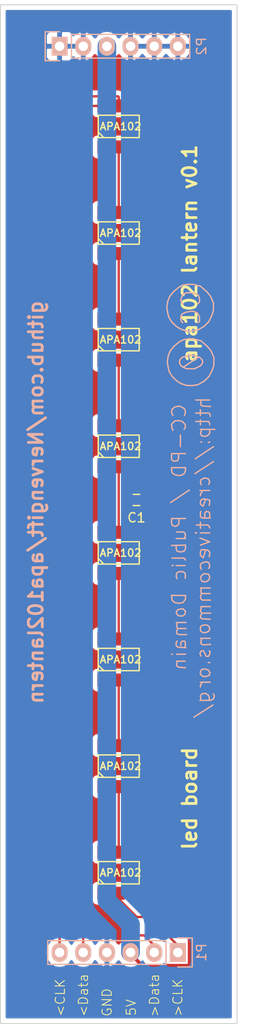
<source format=kicad_pcb>
(kicad_pcb (version 4) (host pcbnew "(2015-09-28 BZR 6225)-product")

  (general
    (links 42)
    (no_connects 0)
    (area 114.249999 80.616666 143.596 190.550001)
    (thickness 1.6)
    (drawings 13)
    (tracks 88)
    (zones 0)
    (modules 12)
    (nets 21)
  )

  (page A4)
  (title_block
    (title "apa102 lantern led board")
    (rev 0.1)
  )

  (layers
    (0 F.Cu signal)
    (31 B.Cu signal)
    (32 B.Adhes user)
    (33 F.Adhes user)
    (34 B.Paste user)
    (35 F.Paste user)
    (36 B.SilkS user)
    (37 F.SilkS user)
    (38 B.Mask user)
    (39 F.Mask user)
    (40 Dwgs.User user)
    (41 Cmts.User user)
    (42 Eco1.User user)
    (43 Eco2.User user)
    (44 Edge.Cuts user)
    (45 Margin user)
    (46 B.CrtYd user)
    (47 F.CrtYd user)
    (48 B.Fab user)
    (49 F.Fab user)
  )

  (setup
    (last_trace_width 0.25)
    (trace_clearance 0.2)
    (zone_clearance 0.508)
    (zone_45_only no)
    (trace_min 0.2)
    (segment_width 0.2)
    (edge_width 0.1)
    (via_size 0.6)
    (via_drill 0.4)
    (via_min_size 0.4)
    (via_min_drill 0.3)
    (uvia_size 0.3)
    (uvia_drill 0.1)
    (uvias_allowed no)
    (uvia_min_size 0.2)
    (uvia_min_drill 0.1)
    (pcb_text_width 0.3)
    (pcb_text_size 1.5 1.5)
    (mod_edge_width 0.15)
    (mod_text_size 1 1)
    (mod_text_width 0.15)
    (pad_size 1.5 1.5)
    (pad_drill 0.6)
    (pad_to_mask_clearance 0)
    (aux_axis_origin 0 0)
    (visible_elements FFFFFF7F)
    (pcbplotparams
      (layerselection 0x010f0_80000001)
      (usegerberextensions true)
      (excludeedgelayer true)
      (linewidth 0.020000)
      (plotframeref false)
      (viasonmask false)
      (mode 1)
      (useauxorigin false)
      (hpglpennumber 1)
      (hpglpenspeed 20)
      (hpglpendiameter 15)
      (hpglpenoverlay 2)
      (psnegative false)
      (psa4output false)
      (plotreference true)
      (plotvalue false)
      (plotinvisibletext false)
      (padsonsilk false)
      (subtractmaskfromsilk false)
      (outputformat 1)
      (mirror false)
      (drillshape 0)
      (scaleselection 1)
      (outputdirectory ""))
  )

  (net 0 "")
  (net 1 "Net-(U1-Pad5)")
  (net 2 "Net-(U1-Pad6)")
  (net 3 "Net-(U2-Pad5)")
  (net 4 "Net-(U2-Pad6)")
  (net 5 "Net-(U3-Pad5)")
  (net 6 "Net-(U3-Pad6)")
  (net 7 "Net-(U4-Pad5)")
  (net 8 "Net-(U4-Pad6)")
  (net 9 "Net-(U5-Pad5)")
  (net 10 "Net-(U5-Pad6)")
  (net 11 "Net-(U6-Pad5)")
  (net 12 "Net-(U6-Pad6)")
  (net 13 "Net-(U7-Pad5)")
  (net 14 "Net-(U7-Pad6)")
  (net 15 /5V)
  (net 16 /GND)
  (net 17 />clk)
  (net 18 />D)
  (net 19 /D>)
  (net 20 /clk>)

  (net_class Default "Dies ist die voreingestellte Netzklasse."
    (clearance 0.2)
    (trace_width 0.25)
    (via_dia 0.6)
    (via_drill 0.4)
    (uvia_dia 0.3)
    (uvia_drill 0.1)
    (add_net /5V)
    (add_net />D)
    (add_net />clk)
    (add_net /D>)
    (add_net /GND)
    (add_net /clk>)
    (add_net "Net-(U1-Pad5)")
    (add_net "Net-(U1-Pad6)")
    (add_net "Net-(U2-Pad5)")
    (add_net "Net-(U2-Pad6)")
    (add_net "Net-(U3-Pad5)")
    (add_net "Net-(U3-Pad6)")
    (add_net "Net-(U4-Pad5)")
    (add_net "Net-(U4-Pad6)")
    (add_net "Net-(U5-Pad5)")
    (add_net "Net-(U5-Pad6)")
    (add_net "Net-(U6-Pad5)")
    (add_net "Net-(U6-Pad6)")
    (add_net "Net-(U7-Pad5)")
    (add_net "Net-(U7-Pad6)")
  )

  (net_class vcc ""
    (clearance 0.2)
    (trace_width 2)
    (via_dia 0.6)
    (via_drill 0.4)
    (uvia_dia 0.3)
    (uvia_drill 0.1)
  )

  (module CrumpPrints:APA102 (layer F.Cu) (tedit 54BDEC7B) (tstamp 560AAFD3)
    (at 127 174.33)
    (path /56067C85)
    (fp_text reference U1 (at 0.2 -4) (layer F.SilkS) hide
      (effects (font (size 1.5 1.5) (thickness 0.15)))
    )
    (fp_text value APA102 (at 0.2 0) (layer F.SilkS)
      (effects (font (size 0.8 0.8) (thickness 0.15)))
    )
    (fp_line (start -2.2 0.6) (end -1.6 1.2) (layer F.SilkS) (width 0.15))
    (fp_line (start 2.2 1.2) (end -1.8 1.2) (layer F.SilkS) (width 0.15))
    (fp_line (start -2.2 -1.2) (end 2.2 -1.2) (layer F.SilkS) (width 0.15))
    (fp_line (start -1.8 1.2) (end -2.2 1.2) (layer F.SilkS) (width 0.15))
    (fp_line (start 2.2 -1.2) (end 2.2 1.2) (layer F.SilkS) (width 0.15))
    (fp_line (start -2.2 -1.2) (end -2.2 1.2) (layer F.SilkS) (width 0.15))
    (pad 3 smd rect (at 1.6 2.2 90) (size 1.4 1.4) (layers F.Cu F.Paste F.Mask)
      (net 16 /GND))
    (pad 4 smd rect (at 1.6 -2.2 90) (size 1.4 1.4) (layers F.Cu F.Paste F.Mask)
      (net 15 /5V))
    (pad 5 smd rect (at 0 -2.2 90) (size 1.4 1.3) (layers F.Cu F.Paste F.Mask)
      (net 1 "Net-(U1-Pad5)"))
    (pad 2 smd rect (at 0 2.2 90) (size 1.4 1.3) (layers F.Cu F.Paste F.Mask)
      (net 17 />clk))
    (pad 1 smd rect (at -1.6 2.2 90) (size 1.4 1.4) (layers F.Cu F.Paste F.Mask)
      (net 18 />D))
    (pad 6 smd rect (at -1.6 -2.2 90) (size 1.4 1.4) (layers F.Cu F.Paste F.Mask)
      (net 2 "Net-(U1-Pad6)"))
  )

  (module CrumpPrints:APA102 (layer F.Cu) (tedit 54BDEC7B) (tstamp 560AAFDD)
    (at 127 162.9)
    (path /56067CEB)
    (fp_text reference U2 (at 0.2 -4) (layer F.SilkS) hide
      (effects (font (size 1.5 1.5) (thickness 0.15)))
    )
    (fp_text value APA102 (at 0.2 0) (layer F.SilkS)
      (effects (font (size 0.8 0.8) (thickness 0.15)))
    )
    (fp_line (start -2.2 0.6) (end -1.6 1.2) (layer F.SilkS) (width 0.15))
    (fp_line (start 2.2 1.2) (end -1.8 1.2) (layer F.SilkS) (width 0.15))
    (fp_line (start -2.2 -1.2) (end 2.2 -1.2) (layer F.SilkS) (width 0.15))
    (fp_line (start -1.8 1.2) (end -2.2 1.2) (layer F.SilkS) (width 0.15))
    (fp_line (start 2.2 -1.2) (end 2.2 1.2) (layer F.SilkS) (width 0.15))
    (fp_line (start -2.2 -1.2) (end -2.2 1.2) (layer F.SilkS) (width 0.15))
    (pad 3 smd rect (at 1.6 2.2 90) (size 1.4 1.4) (layers F.Cu F.Paste F.Mask)
      (net 16 /GND))
    (pad 4 smd rect (at 1.6 -2.2 90) (size 1.4 1.4) (layers F.Cu F.Paste F.Mask)
      (net 15 /5V))
    (pad 5 smd rect (at 0 -2.2 90) (size 1.4 1.3) (layers F.Cu F.Paste F.Mask)
      (net 3 "Net-(U2-Pad5)"))
    (pad 2 smd rect (at 0 2.2 90) (size 1.4 1.3) (layers F.Cu F.Paste F.Mask)
      (net 1 "Net-(U1-Pad5)"))
    (pad 1 smd rect (at -1.6 2.2 90) (size 1.4 1.4) (layers F.Cu F.Paste F.Mask)
      (net 2 "Net-(U1-Pad6)"))
    (pad 6 smd rect (at -1.6 -2.2 90) (size 1.4 1.4) (layers F.Cu F.Paste F.Mask)
      (net 4 "Net-(U2-Pad6)"))
  )

  (module CrumpPrints:APA102 (layer F.Cu) (tedit 54BDEC7B) (tstamp 560AAFE7)
    (at 127 151.47)
    (path /56067CF1)
    (fp_text reference U3 (at 0.2 -4) (layer F.SilkS) hide
      (effects (font (size 1.5 1.5) (thickness 0.15)))
    )
    (fp_text value APA102 (at 0.2 0) (layer F.SilkS)
      (effects (font (size 0.8 0.8) (thickness 0.15)))
    )
    (fp_line (start -2.2 0.6) (end -1.6 1.2) (layer F.SilkS) (width 0.15))
    (fp_line (start 2.2 1.2) (end -1.8 1.2) (layer F.SilkS) (width 0.15))
    (fp_line (start -2.2 -1.2) (end 2.2 -1.2) (layer F.SilkS) (width 0.15))
    (fp_line (start -1.8 1.2) (end -2.2 1.2) (layer F.SilkS) (width 0.15))
    (fp_line (start 2.2 -1.2) (end 2.2 1.2) (layer F.SilkS) (width 0.15))
    (fp_line (start -2.2 -1.2) (end -2.2 1.2) (layer F.SilkS) (width 0.15))
    (pad 3 smd rect (at 1.6 2.2 90) (size 1.4 1.4) (layers F.Cu F.Paste F.Mask)
      (net 16 /GND))
    (pad 4 smd rect (at 1.6 -2.2 90) (size 1.4 1.4) (layers F.Cu F.Paste F.Mask)
      (net 15 /5V))
    (pad 5 smd rect (at 0 -2.2 90) (size 1.4 1.3) (layers F.Cu F.Paste F.Mask)
      (net 5 "Net-(U3-Pad5)"))
    (pad 2 smd rect (at 0 2.2 90) (size 1.4 1.3) (layers F.Cu F.Paste F.Mask)
      (net 3 "Net-(U2-Pad5)"))
    (pad 1 smd rect (at -1.6 2.2 90) (size 1.4 1.4) (layers F.Cu F.Paste F.Mask)
      (net 4 "Net-(U2-Pad6)"))
    (pad 6 smd rect (at -1.6 -2.2 90) (size 1.4 1.4) (layers F.Cu F.Paste F.Mask)
      (net 6 "Net-(U3-Pad6)"))
  )

  (module CrumpPrints:APA102 (layer F.Cu) (tedit 54BDEC7B) (tstamp 560AAFF1)
    (at 127 140.04)
    (path /56067CF7)
    (fp_text reference U4 (at 0.2 -4) (layer F.SilkS) hide
      (effects (font (size 1.5 1.5) (thickness 0.15)))
    )
    (fp_text value APA102 (at 0.2 0) (layer F.SilkS)
      (effects (font (size 0.8 0.8) (thickness 0.15)))
    )
    (fp_line (start -2.2 0.6) (end -1.6 1.2) (layer F.SilkS) (width 0.15))
    (fp_line (start 2.2 1.2) (end -1.8 1.2) (layer F.SilkS) (width 0.15))
    (fp_line (start -2.2 -1.2) (end 2.2 -1.2) (layer F.SilkS) (width 0.15))
    (fp_line (start -1.8 1.2) (end -2.2 1.2) (layer F.SilkS) (width 0.15))
    (fp_line (start 2.2 -1.2) (end 2.2 1.2) (layer F.SilkS) (width 0.15))
    (fp_line (start -2.2 -1.2) (end -2.2 1.2) (layer F.SilkS) (width 0.15))
    (pad 3 smd rect (at 1.6 2.2 90) (size 1.4 1.4) (layers F.Cu F.Paste F.Mask)
      (net 16 /GND))
    (pad 4 smd rect (at 1.6 -2.2 90) (size 1.4 1.4) (layers F.Cu F.Paste F.Mask)
      (net 15 /5V))
    (pad 5 smd rect (at 0 -2.2 90) (size 1.4 1.3) (layers F.Cu F.Paste F.Mask)
      (net 7 "Net-(U4-Pad5)"))
    (pad 2 smd rect (at 0 2.2 90) (size 1.4 1.3) (layers F.Cu F.Paste F.Mask)
      (net 5 "Net-(U3-Pad5)"))
    (pad 1 smd rect (at -1.6 2.2 90) (size 1.4 1.4) (layers F.Cu F.Paste F.Mask)
      (net 6 "Net-(U3-Pad6)"))
    (pad 6 smd rect (at -1.6 -2.2 90) (size 1.4 1.4) (layers F.Cu F.Paste F.Mask)
      (net 8 "Net-(U4-Pad6)"))
  )

  (module CrumpPrints:APA102 (layer F.Cu) (tedit 54BDEC7B) (tstamp 560AAFFB)
    (at 127 128.61)
    (path /56067CFD)
    (fp_text reference U5 (at 0.2 -4) (layer F.SilkS) hide
      (effects (font (size 1.5 1.5) (thickness 0.15)))
    )
    (fp_text value APA102 (at 0.2 0) (layer F.SilkS)
      (effects (font (size 0.8 0.8) (thickness 0.15)))
    )
    (fp_line (start -2.2 0.6) (end -1.6 1.2) (layer F.SilkS) (width 0.15))
    (fp_line (start 2.2 1.2) (end -1.8 1.2) (layer F.SilkS) (width 0.15))
    (fp_line (start -2.2 -1.2) (end 2.2 -1.2) (layer F.SilkS) (width 0.15))
    (fp_line (start -1.8 1.2) (end -2.2 1.2) (layer F.SilkS) (width 0.15))
    (fp_line (start 2.2 -1.2) (end 2.2 1.2) (layer F.SilkS) (width 0.15))
    (fp_line (start -2.2 -1.2) (end -2.2 1.2) (layer F.SilkS) (width 0.15))
    (pad 3 smd rect (at 1.6 2.2 90) (size 1.4 1.4) (layers F.Cu F.Paste F.Mask)
      (net 16 /GND))
    (pad 4 smd rect (at 1.6 -2.2 90) (size 1.4 1.4) (layers F.Cu F.Paste F.Mask)
      (net 15 /5V))
    (pad 5 smd rect (at 0 -2.2 90) (size 1.4 1.3) (layers F.Cu F.Paste F.Mask)
      (net 9 "Net-(U5-Pad5)"))
    (pad 2 smd rect (at 0 2.2 90) (size 1.4 1.3) (layers F.Cu F.Paste F.Mask)
      (net 7 "Net-(U4-Pad5)"))
    (pad 1 smd rect (at -1.6 2.2 90) (size 1.4 1.4) (layers F.Cu F.Paste F.Mask)
      (net 8 "Net-(U4-Pad6)"))
    (pad 6 smd rect (at -1.6 -2.2 90) (size 1.4 1.4) (layers F.Cu F.Paste F.Mask)
      (net 10 "Net-(U5-Pad6)"))
  )

  (module CrumpPrints:APA102 (layer F.Cu) (tedit 54BDEC7B) (tstamp 560AB005)
    (at 127 117.18)
    (path /56067D03)
    (fp_text reference U6 (at 0.2 -4) (layer F.SilkS) hide
      (effects (font (size 1.5 1.5) (thickness 0.15)))
    )
    (fp_text value APA102 (at 0.2 0) (layer F.SilkS)
      (effects (font (size 0.8 0.8) (thickness 0.15)))
    )
    (fp_line (start -2.2 0.6) (end -1.6 1.2) (layer F.SilkS) (width 0.15))
    (fp_line (start 2.2 1.2) (end -1.8 1.2) (layer F.SilkS) (width 0.15))
    (fp_line (start -2.2 -1.2) (end 2.2 -1.2) (layer F.SilkS) (width 0.15))
    (fp_line (start -1.8 1.2) (end -2.2 1.2) (layer F.SilkS) (width 0.15))
    (fp_line (start 2.2 -1.2) (end 2.2 1.2) (layer F.SilkS) (width 0.15))
    (fp_line (start -2.2 -1.2) (end -2.2 1.2) (layer F.SilkS) (width 0.15))
    (pad 3 smd rect (at 1.6 2.2 90) (size 1.4 1.4) (layers F.Cu F.Paste F.Mask)
      (net 16 /GND))
    (pad 4 smd rect (at 1.6 -2.2 90) (size 1.4 1.4) (layers F.Cu F.Paste F.Mask)
      (net 15 /5V))
    (pad 5 smd rect (at 0 -2.2 90) (size 1.4 1.3) (layers F.Cu F.Paste F.Mask)
      (net 11 "Net-(U6-Pad5)"))
    (pad 2 smd rect (at 0 2.2 90) (size 1.4 1.3) (layers F.Cu F.Paste F.Mask)
      (net 9 "Net-(U5-Pad5)"))
    (pad 1 smd rect (at -1.6 2.2 90) (size 1.4 1.4) (layers F.Cu F.Paste F.Mask)
      (net 10 "Net-(U5-Pad6)"))
    (pad 6 smd rect (at -1.6 -2.2 90) (size 1.4 1.4) (layers F.Cu F.Paste F.Mask)
      (net 12 "Net-(U6-Pad6)"))
  )

  (module CrumpPrints:APA102 (layer F.Cu) (tedit 54BDEC7B) (tstamp 560AB00F)
    (at 127 105.75)
    (path /56067D09)
    (fp_text reference U7 (at 0.2 -4) (layer F.SilkS) hide
      (effects (font (size 1.5 1.5) (thickness 0.15)))
    )
    (fp_text value APA102 (at 0.2 0) (layer F.SilkS)
      (effects (font (size 0.8 0.8) (thickness 0.15)))
    )
    (fp_line (start -2.2 0.6) (end -1.6 1.2) (layer F.SilkS) (width 0.15))
    (fp_line (start 2.2 1.2) (end -1.8 1.2) (layer F.SilkS) (width 0.15))
    (fp_line (start -2.2 -1.2) (end 2.2 -1.2) (layer F.SilkS) (width 0.15))
    (fp_line (start -1.8 1.2) (end -2.2 1.2) (layer F.SilkS) (width 0.15))
    (fp_line (start 2.2 -1.2) (end 2.2 1.2) (layer F.SilkS) (width 0.15))
    (fp_line (start -2.2 -1.2) (end -2.2 1.2) (layer F.SilkS) (width 0.15))
    (pad 3 smd rect (at 1.6 2.2 90) (size 1.4 1.4) (layers F.Cu F.Paste F.Mask)
      (net 16 /GND))
    (pad 4 smd rect (at 1.6 -2.2 90) (size 1.4 1.4) (layers F.Cu F.Paste F.Mask)
      (net 15 /5V))
    (pad 5 smd rect (at 0 -2.2 90) (size 1.4 1.3) (layers F.Cu F.Paste F.Mask)
      (net 13 "Net-(U7-Pad5)"))
    (pad 2 smd rect (at 0 2.2 90) (size 1.4 1.3) (layers F.Cu F.Paste F.Mask)
      (net 11 "Net-(U6-Pad5)"))
    (pad 1 smd rect (at -1.6 2.2 90) (size 1.4 1.4) (layers F.Cu F.Paste F.Mask)
      (net 12 "Net-(U6-Pad6)"))
    (pad 6 smd rect (at -1.6 -2.2 90) (size 1.4 1.4) (layers F.Cu F.Paste F.Mask)
      (net 14 "Net-(U7-Pad6)"))
  )

  (module CrumpPrints:APA102 (layer F.Cu) (tedit 54BDEC7B) (tstamp 560AB019)
    (at 127 94.32)
    (path /56067D0F)
    (fp_text reference U8 (at 0.2 -4) (layer F.SilkS) hide
      (effects (font (size 1.5 1.5) (thickness 0.15)))
    )
    (fp_text value APA102 (at 0.2 0) (layer F.SilkS)
      (effects (font (size 0.8 0.8) (thickness 0.15)))
    )
    (fp_line (start -2.2 0.6) (end -1.6 1.2) (layer F.SilkS) (width 0.15))
    (fp_line (start 2.2 1.2) (end -1.8 1.2) (layer F.SilkS) (width 0.15))
    (fp_line (start -2.2 -1.2) (end 2.2 -1.2) (layer F.SilkS) (width 0.15))
    (fp_line (start -1.8 1.2) (end -2.2 1.2) (layer F.SilkS) (width 0.15))
    (fp_line (start 2.2 -1.2) (end 2.2 1.2) (layer F.SilkS) (width 0.15))
    (fp_line (start -2.2 -1.2) (end -2.2 1.2) (layer F.SilkS) (width 0.15))
    (pad 3 smd rect (at 1.6 2.2 90) (size 1.4 1.4) (layers F.Cu F.Paste F.Mask)
      (net 16 /GND))
    (pad 4 smd rect (at 1.6 -2.2 90) (size 1.4 1.4) (layers F.Cu F.Paste F.Mask)
      (net 15 /5V))
    (pad 5 smd rect (at 0 -2.2 90) (size 1.4 1.3) (layers F.Cu F.Paste F.Mask)
      (net 20 /clk>))
    (pad 2 smd rect (at 0 2.2 90) (size 1.4 1.3) (layers F.Cu F.Paste F.Mask)
      (net 13 "Net-(U7-Pad5)"))
    (pad 1 smd rect (at -1.6 2.2 90) (size 1.4 1.4) (layers F.Cu F.Paste F.Mask)
      (net 14 "Net-(U7-Pad6)"))
    (pad 6 smd rect (at -1.6 -2.2 90) (size 1.4 1.4) (layers F.Cu F.Paste F.Mask)
      (net 19 /D>))
  )

  (module Pin_Headers:Pin_Header_Straight_1x06 (layer B.Cu) (tedit 0) (tstamp 560AAFC9)
    (at 133.35 182.88 90)
    (descr "Through hole pin header")
    (tags "pin header")
    (path /561401C0)
    (fp_text reference P1 (at 0 2.54 90) (layer B.SilkS)
      (effects (font (size 1 1) (thickness 0.15)) (justify mirror))
    )
    (fp_text value CONN_01X06 (at 0 3.1 90) (layer B.Fab)
      (effects (font (size 1 1) (thickness 0.15)) (justify mirror))
    )
    (fp_line (start -1.75 1.75) (end -1.75 -14.45) (layer B.CrtYd) (width 0.05))
    (fp_line (start 1.75 1.75) (end 1.75 -14.45) (layer B.CrtYd) (width 0.05))
    (fp_line (start -1.75 1.75) (end 1.75 1.75) (layer B.CrtYd) (width 0.05))
    (fp_line (start -1.75 -14.45) (end 1.75 -14.45) (layer B.CrtYd) (width 0.05))
    (fp_line (start 1.27 -1.27) (end 1.27 -13.97) (layer B.SilkS) (width 0.15))
    (fp_line (start 1.27 -13.97) (end -1.27 -13.97) (layer B.SilkS) (width 0.15))
    (fp_line (start -1.27 -13.97) (end -1.27 -1.27) (layer B.SilkS) (width 0.15))
    (fp_line (start 1.55 1.55) (end 1.55 0) (layer B.SilkS) (width 0.15))
    (fp_line (start 1.27 -1.27) (end -1.27 -1.27) (layer B.SilkS) (width 0.15))
    (fp_line (start -1.55 0) (end -1.55 1.55) (layer B.SilkS) (width 0.15))
    (fp_line (start -1.55 1.55) (end 1.55 1.55) (layer B.SilkS) (width 0.15))
    (pad 1 thru_hole rect (at 0 0 90) (size 2.032 1.7272) (drill 1.016) (layers *.Cu *.Mask B.SilkS)
      (net 17 />clk))
    (pad 2 thru_hole oval (at 0 -2.54 90) (size 2.032 1.7272) (drill 1.016) (layers *.Cu *.Mask B.SilkS)
      (net 18 />D))
    (pad 3 thru_hole oval (at 0 -5.08 90) (size 2.032 1.7272) (drill 1.016) (layers *.Cu *.Mask B.SilkS)
      (net 15 /5V))
    (pad 4 thru_hole oval (at 0 -7.62 90) (size 2.032 1.7272) (drill 1.016) (layers *.Cu *.Mask B.SilkS)
      (net 16 /GND))
    (pad 5 thru_hole oval (at 0 -10.16 90) (size 2.032 1.7272) (drill 1.016) (layers *.Cu *.Mask B.SilkS)
      (net 19 /D>))
    (pad 6 thru_hole oval (at 0 -12.7 90) (size 2.032 1.7272) (drill 1.016) (layers *.Cu *.Mask B.SilkS)
      (net 20 /clk>))
    (model Pin_Headers.3dshapes/Pin_Header_Straight_1x06.wrl
      (at (xyz 0 -0.25 0))
      (scale (xyz 1 1 1))
      (rotate (xyz 0 0 90))
    )
  )

  (module Pin_Headers:Pin_Header_Straight_1x06 (layer B.Cu) (tedit 0) (tstamp 560ABF36)
    (at 120.65 85.725 270)
    (descr "Through hole pin header")
    (tags "pin header")
    (path /5614030F)
    (fp_text reference P2 (at 0 -15.24 270) (layer B.SilkS)
      (effects (font (size 1 1) (thickness 0.15)) (justify mirror))
    )
    (fp_text value CONN_01X06 (at 0 3.1 270) (layer B.Fab)
      (effects (font (size 1 1) (thickness 0.15)) (justify mirror))
    )
    (fp_line (start -1.75 1.75) (end -1.75 -14.45) (layer B.CrtYd) (width 0.05))
    (fp_line (start 1.75 1.75) (end 1.75 -14.45) (layer B.CrtYd) (width 0.05))
    (fp_line (start -1.75 1.75) (end 1.75 1.75) (layer B.CrtYd) (width 0.05))
    (fp_line (start -1.75 -14.45) (end 1.75 -14.45) (layer B.CrtYd) (width 0.05))
    (fp_line (start 1.27 -1.27) (end 1.27 -13.97) (layer B.SilkS) (width 0.15))
    (fp_line (start 1.27 -13.97) (end -1.27 -13.97) (layer B.SilkS) (width 0.15))
    (fp_line (start -1.27 -13.97) (end -1.27 -1.27) (layer B.SilkS) (width 0.15))
    (fp_line (start 1.55 1.55) (end 1.55 0) (layer B.SilkS) (width 0.15))
    (fp_line (start 1.27 -1.27) (end -1.27 -1.27) (layer B.SilkS) (width 0.15))
    (fp_line (start -1.55 0) (end -1.55 1.55) (layer B.SilkS) (width 0.15))
    (fp_line (start -1.55 1.55) (end 1.55 1.55) (layer B.SilkS) (width 0.15))
    (pad 1 thru_hole rect (at 0 0 270) (size 2.032 1.7272) (drill 1.016) (layers *.Cu *.Mask B.SilkS)
      (net 16 /GND))
    (pad 2 thru_hole oval (at 0 -2.54 270) (size 2.032 1.7272) (drill 1.016) (layers *.Cu *.Mask B.SilkS)
      (net 16 /GND))
    (pad 3 thru_hole oval (at 0 -5.08 270) (size 2.032 1.7272) (drill 1.016) (layers *.Cu *.Mask B.SilkS)
      (net 15 /5V))
    (pad 4 thru_hole oval (at 0 -7.62 270) (size 2.032 1.7272) (drill 1.016) (layers *.Cu *.Mask B.SilkS)
      (net 16 /GND))
    (pad 5 thru_hole oval (at 0 -10.16 270) (size 2.032 1.7272) (drill 1.016) (layers *.Cu *.Mask B.SilkS)
      (net 16 /GND))
    (pad 6 thru_hole oval (at 0 -12.7 270) (size 2.032 1.7272) (drill 1.016) (layers *.Cu *.Mask B.SilkS)
      (net 16 /GND))
    (model Pin_Headers.3dshapes/Pin_Header_Straight_1x06.wrl
      (at (xyz 0 -0.25 0))
      (scale (xyz 1 1 1))
      (rotate (xyz 0 0 90))
    )
  )

  (module Symbols:Symbol_CreativeCommonsPublicDomain_SilkScreenTop_Small (layer B.Cu) (tedit 560FFB62) (tstamp 560FF841)
    (at 134.62 133.35 270)
    (descr "Symbol, Creative Commons Public Domain, SilkScreenTop, Small,")
    (tags "Symbol, Creative Commons Public Domain, SilkScreen Top, Small,")
    (fp_text reference REF** (at 0.59944 7.29996 270) (layer B.SilkS) hide
      (effects (font (size 1 1) (thickness 0.15)) (justify mirror))
    )
    (fp_text value Symbol_CreativeCommonsPublicDomain_SilkScreenTop_Small (at 0.59944 -8.001 270) (layer B.Fab)
      (effects (font (size 1 1) (thickness 0.15)) (justify mirror))
    )
    (fp_line (start -13.2 0.7) (end -14.25 -0.85) (layer B.SilkS) (width 0.15))
    (fp_line (start 23 -2.5) (end 24.3 -0.45) (layer B.SilkS) (width 0.15))
    (fp_line (start 22.4 -1.2) (end 22.05 -1.15) (layer B.SilkS) (width 0.15))
    (fp_line (start 22.05 -1.15) (end 21.8 -1.3) (layer B.SilkS) (width 0.15))
    (fp_line (start 21.8 -1.3) (end 21.75 -1.7) (layer B.SilkS) (width 0.15))
    (fp_line (start 21.75 -1.7) (end 21.95 -2) (layer B.SilkS) (width 0.15))
    (fp_line (start 21.95 -2) (end 22.15 -2.1) (layer B.SilkS) (width 0.15))
    (fp_line (start 22.15 -2.1) (end 22.4 -2.1) (layer B.SilkS) (width 0.15))
    (fp_line (start 21.8 -2.55) (end 22.05 -2.65) (layer B.SilkS) (width 0.15))
    (fp_line (start 22.05 -2.65) (end 22.35 -2.55) (layer B.SilkS) (width 0.15))
    (fp_line (start 22.35 -2.55) (end 22.5 -2.25) (layer B.SilkS) (width 0.15))
    (fp_line (start 22.5 -2.25) (end 22.5 -1.1) (layer B.SilkS) (width 0.15))
    (fp_line (start 21.05 -1.15) (end 20.9 -1.15) (layer B.SilkS) (width 0.15))
    (fp_line (start 20.9 -1.15) (end 20.65 -1.3) (layer B.SilkS) (width 0.15))
    (fp_line (start 20.55 -1.15) (end 20.55 -2.2) (layer B.SilkS) (width 0.15))
    (fp_line (start 19.7 -1.15) (end 19.4 -1.15) (layer B.SilkS) (width 0.15))
    (fp_line (start 19.4 -1.15) (end 19.15 -1.35) (layer B.SilkS) (width 0.15))
    (fp_line (start 19.15 -1.35) (end 19.15 -1.7) (layer B.SilkS) (width 0.15))
    (fp_line (start 19.15 -1.7) (end 19.25 -2) (layer B.SilkS) (width 0.15))
    (fp_line (start 19.25 -2) (end 19.55 -2.2) (layer B.SilkS) (width 0.15))
    (fp_line (start 19.55 -2.2) (end 19.85 -2.05) (layer B.SilkS) (width 0.15))
    (fp_line (start 19.85 -2.05) (end 19.95 -1.7) (layer B.SilkS) (width 0.15))
    (fp_line (start 19.95 -1.7) (end 19.95 -1.45) (layer B.SilkS) (width 0.15))
    (fp_line (start 19.95 -1.45) (end 19.75 -1.2) (layer B.SilkS) (width 0.15))
    (fp_line (start 18.45 -2) (end 18.45 -2.15) (layer B.SilkS) (width 0.15))
    (fp_line (start 17.75 -1.2) (end 17.45 -1.1) (layer B.SilkS) (width 0.15))
    (fp_line (start 17.45 -1.1) (end 17.2 -1.25) (layer B.SilkS) (width 0.15))
    (fp_line (start 17.2 -1.25) (end 17.2 -1.5) (layer B.SilkS) (width 0.15))
    (fp_line (start 17.2 -1.5) (end 17.5 -1.65) (layer B.SilkS) (width 0.15))
    (fp_line (start 17.5 -1.65) (end 17.75 -1.75) (layer B.SilkS) (width 0.15))
    (fp_line (start 17.75 -1.75) (end 17.8 -2) (layer B.SilkS) (width 0.15))
    (fp_line (start 17.8 -2) (end 17.55 -2.15) (layer B.SilkS) (width 0.15))
    (fp_line (start 17.55 -2.15) (end 17.3 -2.2) (layer B.SilkS) (width 0.15))
    (fp_line (start 17.3 -2.2) (end 17.2 -2.1) (layer B.SilkS) (width 0.15))
    (fp_line (start 16.5 -2.25) (end 16.55 -1.4) (layer B.SilkS) (width 0.15))
    (fp_line (start 16.55 -1.4) (end 16.4 -1.2) (layer B.SilkS) (width 0.15))
    (fp_line (start 16.4 -1.2) (end 16.2 -1.2) (layer B.SilkS) (width 0.15))
    (fp_line (start 16.2 -1.2) (end 15.9 -1.3) (layer B.SilkS) (width 0.15))
    (fp_line (start 15.85 -2.2) (end 15.85 -1.15) (layer B.SilkS) (width 0.15))
    (fp_line (start 15.15 -1.25) (end 15 -1.15) (layer B.SilkS) (width 0.15))
    (fp_line (start 15 -1.15) (end 14.75 -1.15) (layer B.SilkS) (width 0.15))
    (fp_line (start 14.75 -1.15) (end 14.55 -1.2) (layer B.SilkS) (width 0.15))
    (fp_line (start 14.55 -1.2) (end 14.45 -1.4) (layer B.SilkS) (width 0.15))
    (fp_line (start 14.45 -1.4) (end 14.4 -1.7) (layer B.SilkS) (width 0.15))
    (fp_line (start 14.4 -1.7) (end 14.45 -1.9) (layer B.SilkS) (width 0.15))
    (fp_line (start 14.45 -1.9) (end 14.6 -2.1) (layer B.SilkS) (width 0.15))
    (fp_line (start 14.6 -2.1) (end 14.85 -2.15) (layer B.SilkS) (width 0.15))
    (fp_line (start 14.85 -2.15) (end 15.1 -2.05) (layer B.SilkS) (width 0.15))
    (fp_line (start 15.1 -2.05) (end 15.2 -1.8) (layer B.SilkS) (width 0.15))
    (fp_line (start 15.2 -1.8) (end 15.25 -1.6) (layer B.SilkS) (width 0.15))
    (fp_line (start 15.25 -1.6) (end 15.2 -1.35) (layer B.SilkS) (width 0.15))
    (fp_line (start 13.8 -2.2) (end 13.75 -1.3) (layer B.SilkS) (width 0.15))
    (fp_line (start 13.75 -1.3) (end 13.6 -1.15) (layer B.SilkS) (width 0.15))
    (fp_line (start 13.6 -1.15) (end 13.35 -1.2) (layer B.SilkS) (width 0.15))
    (fp_line (start 13.35 -1.2) (end 13.2 -1.3) (layer B.SilkS) (width 0.15))
    (fp_line (start 13.15 -2.25) (end 13.15 -1.3) (layer B.SilkS) (width 0.15))
    (fp_line (start 13.15 -1.3) (end 12.95 -1.15) (layer B.SilkS) (width 0.15))
    (fp_line (start 12.95 -1.15) (end 12.7 -1.2) (layer B.SilkS) (width 0.15))
    (fp_line (start 12.7 -1.2) (end 12.55 -1.25) (layer B.SilkS) (width 0.15))
    (fp_line (start 12.45 -2.2) (end 12.45 -1.2) (layer B.SilkS) (width 0.15))
    (fp_line (start 11.75 -2.25) (end 11.75 -1.35) (layer B.SilkS) (width 0.15))
    (fp_line (start 11.75 -1.35) (end 11.6 -1.2) (layer B.SilkS) (width 0.15))
    (fp_line (start 11.6 -1.2) (end 11.4 -1.15) (layer B.SilkS) (width 0.15))
    (fp_line (start 11.4 -1.15) (end 11.1 -1.25) (layer B.SilkS) (width 0.15))
    (fp_line (start 11.05 -2.2) (end 11.05 -1.35) (layer B.SilkS) (width 0.15))
    (fp_line (start 11.05 -1.35) (end 10.9 -1.2) (layer B.SilkS) (width 0.15))
    (fp_line (start 10.9 -1.2) (end 10.5 -1.25) (layer B.SilkS) (width 0.15))
    (fp_line (start 10.45 -2.2) (end 10.45 -1.15) (layer B.SilkS) (width 0.15))
    (fp_line (start 9.4 -1.2) (end 9.2 -1.2) (layer B.SilkS) (width 0.15))
    (fp_line (start 9.2 -1.2) (end 8.9 -1.55) (layer B.SilkS) (width 0.15))
    (fp_line (start 8.9 -1.55) (end 9 -2.05) (layer B.SilkS) (width 0.15))
    (fp_line (start 9 -2.05) (end 9.25 -2.15) (layer B.SilkS) (width 0.15))
    (fp_line (start 9.25 -2.15) (end 9.5 -2.1) (layer B.SilkS) (width 0.15))
    (fp_line (start 9.5 -2.1) (end 9.7 -1.95) (layer B.SilkS) (width 0.15))
    (fp_line (start 9.7 -1.95) (end 9.8 -1.65) (layer B.SilkS) (width 0.15))
    (fp_line (start 9.8 -1.65) (end 9.75 -1.35) (layer B.SilkS) (width 0.15))
    (fp_line (start 9.75 -1.35) (end 9.55 -1.2) (layer B.SilkS) (width 0.15))
    (fp_line (start 8.45 -1.25) (end 8.2 -1.15) (layer B.SilkS) (width 0.15))
    (fp_line (start 8.2 -1.15) (end 7.95 -1.15) (layer B.SilkS) (width 0.15))
    (fp_line (start 7.95 -1.15) (end 7.75 -1.35) (layer B.SilkS) (width 0.15))
    (fp_line (start 7.75 -1.35) (end 7.65 -1.75) (layer B.SilkS) (width 0.15))
    (fp_line (start 7.65 -1.75) (end 7.7 -2) (layer B.SilkS) (width 0.15))
    (fp_line (start 7.7 -2) (end 7.85 -2.1) (layer B.SilkS) (width 0.15))
    (fp_line (start 7.85 -2.1) (end 8.15 -2.15) (layer B.SilkS) (width 0.15))
    (fp_line (start 8.15 -2.15) (end 8.35 -2.05) (layer B.SilkS) (width 0.15))
    (fp_line (start 7.1 -2.1) (end 6.85 -2.15) (layer B.SilkS) (width 0.15))
    (fp_line (start 6.85 -2.15) (end 6.6 -2.15) (layer B.SilkS) (width 0.15))
    (fp_line (start 6.6 -2.15) (end 6.4 -1.95) (layer B.SilkS) (width 0.15))
    (fp_line (start 6.4 -1.95) (end 6.35 -1.6) (layer B.SilkS) (width 0.15))
    (fp_line (start 6.35 -1.6) (end 6.35 -1.25) (layer B.SilkS) (width 0.15))
    (fp_line (start 6.35 -1.25) (end 6.6 -1.15) (layer B.SilkS) (width 0.15))
    (fp_line (start 6.6 -1.15) (end 6.95 -1.15) (layer B.SilkS) (width 0.15))
    (fp_line (start 6.95 -1.15) (end 7.15 -1.35) (layer B.SilkS) (width 0.15))
    (fp_line (start 7.15 -1.35) (end 7.2 -1.45) (layer B.SilkS) (width 0.15))
    (fp_line (start 7.2 -1.45) (end 6.45 -1.7) (layer B.SilkS) (width 0.15))
    (fp_line (start 5.1 -1.1) (end 5.5 -2.15) (layer B.SilkS) (width 0.15))
    (fp_line (start 5.5 -2.15) (end 5.85 -1.15) (layer B.SilkS) (width 0.15))
    (fp_line (start 4.55 -1.15) (end 4.55 -2.15) (layer B.SilkS) (width 0.15))
    (fp_line (start 4.55 -0.6) (end 4.55 -0.75) (layer B.SilkS) (width 0.15))
    (fp_line (start 3.4 -1.15) (end 4.05 -1.15) (layer B.SilkS) (width 0.15))
    (fp_line (start 3.7 -0.7) (end 3.7 -1.95) (layer B.SilkS) (width 0.15))
    (fp_line (start 3.7 -1.95) (end 3.85 -2.1) (layer B.SilkS) (width 0.15))
    (fp_line (start 3.85 -2.1) (end 4 -2.15) (layer B.SilkS) (width 0.15))
    (fp_line (start 2.25 -1.2) (end 2.4 -1.15) (layer B.SilkS) (width 0.15))
    (fp_line (start 2.4 -1.15) (end 2.8 -1.15) (layer B.SilkS) (width 0.15))
    (fp_line (start 2.8 -1.15) (end 2.95 -1.35) (layer B.SilkS) (width 0.15))
    (fp_line (start 2.95 -1.35) (end 2.95 -2.2) (layer B.SilkS) (width 0.15))
    (fp_line (start 2.95 -2.2) (end 2.95 -2.15) (layer B.SilkS) (width 0.15))
    (fp_line (start 2.95 -2.15) (end 2.45 -2.15) (layer B.SilkS) (width 0.15))
    (fp_line (start 2.45 -2.15) (end 2.3 -2.05) (layer B.SilkS) (width 0.15))
    (fp_line (start 2.3 -2.05) (end 2.25 -1.8) (layer B.SilkS) (width 0.15))
    (fp_line (start 2.25 -1.8) (end 2.35 -1.65) (layer B.SilkS) (width 0.15))
    (fp_line (start 2.35 -1.65) (end 2.85 -1.6) (layer B.SilkS) (width 0.15))
    (fp_line (start 1.6 -2.1) (end 1.3 -2.15) (layer B.SilkS) (width 0.15))
    (fp_line (start 1.3 -2.15) (end 1.05 -2.15) (layer B.SilkS) (width 0.15))
    (fp_line (start 1.05 -2.15) (end 0.95 -1.85) (layer B.SilkS) (width 0.15))
    (fp_line (start 0.95 -1.85) (end 0.9 -1.5) (layer B.SilkS) (width 0.15))
    (fp_line (start 0.9 -1.5) (end 1 -1.25) (layer B.SilkS) (width 0.15))
    (fp_line (start 1 -1.25) (end 1.2 -1.15) (layer B.SilkS) (width 0.15))
    (fp_line (start 1.2 -1.15) (end 1.45 -1.15) (layer B.SilkS) (width 0.15))
    (fp_line (start 1.45 -1.15) (end 1.65 -1.35) (layer B.SilkS) (width 0.15))
    (fp_line (start 1.65 -1.35) (end 1.65 -1.45) (layer B.SilkS) (width 0.15))
    (fp_line (start 1.65 -1.45) (end 1 -1.7) (layer B.SilkS) (width 0.15))
    (fp_line (start 0.55 -1.15) (end 0.3 -1.2) (layer B.SilkS) (width 0.15))
    (fp_line (start 0.3 -1.2) (end 0.1 -1.35) (layer B.SilkS) (width 0.15))
    (fp_line (start 0 -2.15) (end 0 -1.1) (layer B.SilkS) (width 0.15))
    (fp_line (start -0.6 -1.25) (end -0.85 -1.15) (layer B.SilkS) (width 0.15))
    (fp_line (start -0.85 -1.15) (end -1.15 -1.2) (layer B.SilkS) (width 0.15))
    (fp_line (start -1.15 -1.2) (end -1.35 -1.6) (layer B.SilkS) (width 0.15))
    (fp_line (start -1.35 -1.6) (end -1.25 -2) (layer B.SilkS) (width 0.15))
    (fp_line (start -1.25 -2) (end -0.95 -2.15) (layer B.SilkS) (width 0.15))
    (fp_line (start -0.95 -2.15) (end -0.65 -2.05) (layer B.SilkS) (width 0.15))
    (fp_line (start -3.1 -2.55) (end -1.8 -0.55) (layer B.SilkS) (width 0.15))
    (fp_line (start -4.7 -2.55) (end -3.4 -0.6) (layer B.SilkS) (width 0.15))
    (fp_line (start -5.15 -2) (end -5.2 -2.15) (layer B.SilkS) (width 0.15))
    (fp_line (start -5.2 -1.2) (end -5.2 -1.3) (layer B.SilkS) (width 0.15))
    (fp_line (start -6.5 -2.15) (end -6.15 -2.15) (layer B.SilkS) (width 0.15))
    (fp_line (start -6.15 -2.15) (end -5.9 -1.95) (layer B.SilkS) (width 0.15))
    (fp_line (start -5.9 -1.95) (end -5.8 -1.65) (layer B.SilkS) (width 0.15))
    (fp_line (start -5.8 -1.65) (end -5.85 -1.3) (layer B.SilkS) (width 0.15))
    (fp_line (start -5.85 -1.3) (end -6.1 -1.15) (layer B.SilkS) (width 0.15))
    (fp_line (start -6.1 -1.15) (end -6.45 -1.25) (layer B.SilkS) (width 0.15))
    (fp_line (start -6.55 -2.7) (end -6.55 -1.15) (layer B.SilkS) (width 0.15))
    (fp_line (start -7.05 -1.15) (end -7.55 -1.15) (layer B.SilkS) (width 0.15))
    (fp_line (start -7.4 -0.65) (end -7.4 -2.05) (layer B.SilkS) (width 0.15))
    (fp_line (start -7.4 -2.05) (end -7.15 -2.15) (layer B.SilkS) (width 0.15))
    (fp_line (start -7.15 -2.15) (end -7.05 -2.15) (layer B.SilkS) (width 0.15))
    (fp_line (start -8.65 -1.15) (end -8.05 -1.15) (layer B.SilkS) (width 0.15))
    (fp_line (start -8.3 -0.65) (end -8.3 -2.05) (layer B.SilkS) (width 0.15))
    (fp_line (start -8.3 -2.05) (end -8.15 -2.2) (layer B.SilkS) (width 0.15))
    (fp_line (start -8.15 -2.2) (end -7.95 -2.2) (layer B.SilkS) (width 0.15))
    (fp_line (start -9 -2.25) (end -9.05 -1.4) (layer B.SilkS) (width 0.15))
    (fp_line (start -9.05 -1.4) (end -9.15 -1.2) (layer B.SilkS) (width 0.15))
    (fp_line (start -9.15 -1.2) (end -9.55 -1.2) (layer B.SilkS) (width 0.15))
    (fp_line (start -9.7 -0.65) (end -9.7 -2.15) (layer B.SilkS) (width 0.15))
    (fp_line (start 19 0.45) (end 18.95 1.15) (layer B.SilkS) (width 0.15))
    (fp_line (start 18.95 1.15) (end 18.85 1.35) (layer B.SilkS) (width 0.15))
    (fp_line (start 18.85 1.35) (end 18.7 1.4) (layer B.SilkS) (width 0.15))
    (fp_line (start 18.7 1.4) (end 18.35 1.35) (layer B.SilkS) (width 0.15))
    (fp_line (start 18.3 1.4) (end 18.3 0.5) (layer B.SilkS) (width 0.15))
    (fp_line (start 17.55 1.4) (end 17.55 0.45) (layer B.SilkS) (width 0.15))
    (fp_line (start 17.55 1.95) (end 17.55 1.85) (layer B.SilkS) (width 0.15))
    (fp_line (start 16.6 0.95) (end 16.3 0.95) (layer B.SilkS) (width 0.15))
    (fp_line (start 16.3 0.95) (end 16.15 0.8) (layer B.SilkS) (width 0.15))
    (fp_line (start 16.15 0.8) (end 16.15 0.55) (layer B.SilkS) (width 0.15))
    (fp_line (start 16.15 0.55) (end 16.35 0.45) (layer B.SilkS) (width 0.15))
    (fp_line (start 16.35 0.45) (end 16.75 0.5) (layer B.SilkS) (width 0.15))
    (fp_line (start 16.15 1.35) (end 16.3 1.45) (layer B.SilkS) (width 0.15))
    (fp_line (start 16.3 1.45) (end 16.65 1.45) (layer B.SilkS) (width 0.15))
    (fp_line (start 16.65 1.45) (end 16.8 1.25) (layer B.SilkS) (width 0.15))
    (fp_line (start 16.8 1.25) (end 16.85 0.4) (layer B.SilkS) (width 0.15))
    (fp_line (start 15.45 0.35) (end 15.45 1.1) (layer B.SilkS) (width 0.15))
    (fp_line (start 15.45 1.1) (end 15.4 1.3) (layer B.SilkS) (width 0.15))
    (fp_line (start 15.4 1.3) (end 15.3 1.4) (layer B.SilkS) (width 0.15))
    (fp_line (start 15.3 1.4) (end 15.05 1.4) (layer B.SilkS) (width 0.15))
    (fp_line (start 15.05 1.4) (end 14.85 1.3) (layer B.SilkS) (width 0.15))
    (fp_line (start 14.8 0.4) (end 14.8 1.25) (layer B.SilkS) (width 0.15))
    (fp_line (start 14.8 1.25) (end 14.7 1.35) (layer B.SilkS) (width 0.15))
    (fp_line (start 14.7 1.35) (end 14.5 1.4) (layer B.SilkS) (width 0.15))
    (fp_line (start 14.5 1.4) (end 14.25 1.35) (layer B.SilkS) (width 0.15))
    (fp_line (start 14.15 0.4) (end 14.15 1.45) (layer B.SilkS) (width 0.15))
    (fp_line (start 13.1 1.45) (end 12.85 1.35) (layer B.SilkS) (width 0.15))
    (fp_line (start 12.85 1.35) (end 12.7 1.05) (layer B.SilkS) (width 0.15))
    (fp_line (start 12.7 1.05) (end 12.7 0.7) (layer B.SilkS) (width 0.15))
    (fp_line (start 12.7 0.7) (end 12.95 0.45) (layer B.SilkS) (width 0.15))
    (fp_line (start 12.95 0.45) (end 13.25 0.5) (layer B.SilkS) (width 0.15))
    (fp_line (start 13.25 0.5) (end 13.45 0.75) (layer B.SilkS) (width 0.15))
    (fp_line (start 13.45 0.75) (end 13.45 1.1) (layer B.SilkS) (width 0.15))
    (fp_line (start 13.45 1.1) (end 13.4 1.25) (layer B.SilkS) (width 0.15))
    (fp_line (start 13.4 1.25) (end 13.2 1.4) (layer B.SilkS) (width 0.15))
    (fp_line (start 11.25 1.95) (end 11.25 0.45) (layer B.SilkS) (width 0.15))
    (fp_line (start 11.25 0.45) (end 11.65 0.45) (layer B.SilkS) (width 0.15))
    (fp_line (start 11.65 0.45) (end 12 0.7) (layer B.SilkS) (width 0.15))
    (fp_line (start 12 0.7) (end 12.1 1.15) (layer B.SilkS) (width 0.15))
    (fp_line (start 12.1 1.15) (end 12 1.65) (layer B.SilkS) (width 0.15))
    (fp_line (start 12 1.65) (end 11.75 1.9) (layer B.SilkS) (width 0.15))
    (fp_line (start 11.75 1.9) (end 11.25 1.95) (layer B.SilkS) (width 0.15))
    (fp_line (start 9.45 1.35) (end 9.2 1.45) (layer B.SilkS) (width 0.15))
    (fp_line (start 9.2 1.45) (end 8.85 1.4) (layer B.SilkS) (width 0.15))
    (fp_line (start 8.85 1.4) (end 8.7 1.1) (layer B.SilkS) (width 0.15))
    (fp_line (start 8.7 1.1) (end 8.7 0.75) (layer B.SilkS) (width 0.15))
    (fp_line (start 8.7 0.75) (end 8.85 0.5) (layer B.SilkS) (width 0.15))
    (fp_line (start 8.85 0.5) (end 9.15 0.45) (layer B.SilkS) (width 0.15))
    (fp_line (start 9.15 0.45) (end 9.4 0.5) (layer B.SilkS) (width 0.15))
    (fp_line (start 8.05 1.45) (end 8.05 0.5) (layer B.SilkS) (width 0.15))
    (fp_line (start 8.05 1.9) (end 8.05 1.8) (layer B.SilkS) (width 0.15))
    (fp_line (start 8.05 1.8) (end 8 1.8) (layer B.SilkS) (width 0.15))
    (fp_line (start 7.25 1.9) (end 7.25 0.6) (layer B.SilkS) (width 0.15))
    (fp_line (start 7.25 0.6) (end 7.45 0.45) (layer B.SilkS) (width 0.15))
    (fp_line (start 5.9 1.95) (end 5.85 0.45) (layer B.SilkS) (width 0.15))
    (fp_line (start 5.85 0.45) (end 6.25 0.45) (layer B.SilkS) (width 0.15))
    (fp_line (start 6.25 0.45) (end 6.5 0.6) (layer B.SilkS) (width 0.15))
    (fp_line (start 6.5 0.6) (end 6.6 1) (layer B.SilkS) (width 0.15))
    (fp_line (start 6.6 1) (end 6.5 1.35) (layer B.SilkS) (width 0.15))
    (fp_line (start 6.5 1.35) (end 6.25 1.45) (layer B.SilkS) (width 0.15))
    (fp_line (start 6.25 1.45) (end 5.95 1.45) (layer B.SilkS) (width 0.15))
    (fp_line (start 5.15 1.45) (end 5.15 0.45) (layer B.SilkS) (width 0.15))
    (fp_line (start 4.45 1.4) (end 4.45 1) (layer B.SilkS) (width 0.15))
    (fp_line (start 4.45 1) (end 4.45 0.65) (layer B.SilkS) (width 0.15))
    (fp_line (start 4.45 0.65) (end 4.6 0.5) (layer B.SilkS) (width 0.15))
    (fp_line (start 4.6 0.5) (end 4.8 0.45) (layer B.SilkS) (width 0.15))
    (fp_line (start 4.8 0.45) (end 5.15 0.55) (layer B.SilkS) (width 0.15))
    (fp_line (start 3 0.45) (end 3 1.95) (layer B.SilkS) (width 0.15))
    (fp_line (start 3 1.95) (end 3.5 1.95) (layer B.SilkS) (width 0.15))
    (fp_line (start 3.5 1.95) (end 3.75 1.85) (layer B.SilkS) (width 0.15))
    (fp_line (start 3.75 1.85) (end 3.85 1.55) (layer B.SilkS) (width 0.15))
    (fp_line (start 3.85 1.55) (end 3.75 1.3) (layer B.SilkS) (width 0.15))
    (fp_line (start 3.75 1.3) (end 3.55 1.15) (layer B.SilkS) (width 0.15))
    (fp_line (start 3.55 1.15) (end 3.1 1.15) (layer B.SilkS) (width 0.15))
    (fp_line (start -0.05 0.05) (end 1.3 2.05) (layer B.SilkS) (width 0.15))
    (fp_line (start -2.45 1.95) (end -2.45 0.45) (layer B.SilkS) (width 0.15))
    (fp_line (start -2.45 0.45) (end -2.15 0.45) (layer B.SilkS) (width 0.15))
    (fp_line (start -2.15 0.45) (end -1.85 0.55) (layer B.SilkS) (width 0.15))
    (fp_line (start -1.85 0.55) (end -1.65 0.85) (layer B.SilkS) (width 0.15))
    (fp_line (start -1.65 0.85) (end -1.6 1.2) (layer B.SilkS) (width 0.15))
    (fp_line (start -1.6 1.2) (end -1.7 1.6) (layer B.SilkS) (width 0.15))
    (fp_line (start -1.7 1.6) (end -1.85 1.85) (layer B.SilkS) (width 0.15))
    (fp_line (start -1.85 1.85) (end -2.2 1.95) (layer B.SilkS) (width 0.15))
    (fp_line (start -2.2 1.95) (end -2.35 1.95) (layer B.SilkS) (width 0.15))
    (fp_line (start -3.95 0.45) (end -3.95 1.95) (layer B.SilkS) (width 0.15))
    (fp_line (start -3.95 1.95) (end -3.35 1.95) (layer B.SilkS) (width 0.15))
    (fp_line (start -3.35 1.95) (end -3.15 1.75) (layer B.SilkS) (width 0.15))
    (fp_line (start -3.15 1.75) (end -3.15 1.55) (layer B.SilkS) (width 0.15))
    (fp_line (start -3.15 1.55) (end -3.2 1.3) (layer B.SilkS) (width 0.15))
    (fp_line (start -3.2 1.3) (end -3.45 1.2) (layer B.SilkS) (width 0.15))
    (fp_line (start -3.45 1.2) (end -3.95 1.2) (layer B.SilkS) (width 0.15))
    (fp_line (start -5.95 1) (end -4.7 1) (layer B.SilkS) (width 0.15))
    (fp_line (start -6.45 1.8) (end -6.7 1.9) (layer B.SilkS) (width 0.15))
    (fp_line (start -6.7 1.9) (end -7.1 1.95) (layer B.SilkS) (width 0.15))
    (fp_line (start -7.1 1.95) (end -7.45 1.6) (layer B.SilkS) (width 0.15))
    (fp_line (start -7.45 1.6) (end -7.5 1.2) (layer B.SilkS) (width 0.15))
    (fp_line (start -7.5 1.2) (end -7.4 0.8) (layer B.SilkS) (width 0.15))
    (fp_line (start -7.4 0.8) (end -7.1 0.5) (layer B.SilkS) (width 0.15))
    (fp_line (start -7.1 0.5) (end -6.8 0.45) (layer B.SilkS) (width 0.15))
    (fp_line (start -6.8 0.45) (end -6.55 0.6) (layer B.SilkS) (width 0.15))
    (fp_line (start -8.05 1.8) (end -8.35 1.95) (layer B.SilkS) (width 0.15))
    (fp_line (start -8.35 1.95) (end -8.7 1.9) (layer B.SilkS) (width 0.15))
    (fp_line (start -8.7 1.9) (end -8.95 1.6) (layer B.SilkS) (width 0.15))
    (fp_line (start -8.95 1.6) (end -9.05 1.15) (layer B.SilkS) (width 0.15))
    (fp_line (start -9.05 1.15) (end -8.95 0.85) (layer B.SilkS) (width 0.15))
    (fp_line (start -8.95 0.85) (end -8.75 0.55) (layer B.SilkS) (width 0.15))
    (fp_line (start -8.75 0.55) (end -8.4 0.45) (layer B.SilkS) (width 0.15))
    (fp_line (start -8.4 0.45) (end -8.05 0.55) (layer B.SilkS) (width 0.15))
    (fp_line (start -17.9998 0.7501) (end -18.09886 0.84916) (layer B.SilkS) (width 0.15))
    (fp_line (start -18.09886 0.84916) (end -18.29952 0.95076) (layer B.SilkS) (width 0.15))
    (fp_line (start -18.29952 0.95076) (end -18.59924 0.95076) (layer B.SilkS) (width 0.15))
    (fp_line (start -18.59924 0.95076) (end -18.89896 0.84916) (layer B.SilkS) (width 0.15))
    (fp_line (start -18.89896 0.84916) (end -19.09962 0.45038) (layer B.SilkS) (width 0.15))
    (fp_line (start -19.09962 0.45038) (end -19.20122 -0.05) (layer B.SilkS) (width 0.15))
    (fp_line (start -19.20122 -0.05) (end -19.20122 -0.44878) (layer B.SilkS) (width 0.15))
    (fp_line (start -19.20122 -0.44878) (end -19.00056 -0.8501) (layer B.SilkS) (width 0.15))
    (fp_line (start -19.00056 -0.8501) (end -18.59924 -1.05076) (layer B.SilkS) (width 0.15))
    (fp_line (start -18.59924 -1.05076) (end -18.40112 -1.05076) (layer B.SilkS) (width 0.15))
    (fp_line (start -18.40112 -1.05076) (end -18.09886 -1.05076) (layer B.SilkS) (width 0.15))
    (fp_line (start -18.09886 -1.05076) (end -17.9998 -0.8501) (layer B.SilkS) (width 0.15))
    (fp_line (start -19.99878 0.7501) (end -20.10038 0.84916) (layer B.SilkS) (width 0.15))
    (fp_line (start -20.10038 0.84916) (end -20.4001 0.95076) (layer B.SilkS) (width 0.15))
    (fp_line (start -20.4001 0.95076) (end -20.79888 0.84916) (layer B.SilkS) (width 0.15))
    (fp_line (start -20.79888 0.84916) (end -21.10114 0.65104) (layer B.SilkS) (width 0.15))
    (fp_line (start -21.10114 0.65104) (end -21.2002 0.24972) (layer B.SilkS) (width 0.15))
    (fp_line (start -21.2002 0.24972) (end -21.2002 -0.14906) (layer B.SilkS) (width 0.15))
    (fp_line (start -21.2002 -0.14906) (end -21.10114 -0.64944) (layer B.SilkS) (width 0.15))
    (fp_line (start -21.10114 -0.64944) (end -20.90048 -0.94916) (layer B.SilkS) (width 0.15))
    (fp_line (start -20.90048 -0.94916) (end -20.60076 -1.05076) (layer B.SilkS) (width 0.15))
    (fp_line (start -20.60076 -1.05076) (end -20.19944 -1.05076) (layer B.SilkS) (width 0.15))
    (fp_line (start -20.19944 -1.05076) (end -19.99878 -0.8501) (layer B.SilkS) (width 0.15))
    (fp_line (start -19.6 2.44936) (end -19.69906 2.44936) (layer B.SilkS) (width 0.15))
    (fp_line (start -19.69906 2.44936) (end -20.30104 2.3503) (layer B.SilkS) (width 0.15))
    (fp_line (start -20.30104 2.3503) (end -20.79888 2.14964) (layer B.SilkS) (width 0.15))
    (fp_line (start -20.79888 2.14964) (end -21.29926 1.75086) (layer B.SilkS) (width 0.15))
    (fp_line (start -21.29926 1.75086) (end -21.79964 1.14888) (layer B.SilkS) (width 0.15))
    (fp_line (start -21.79964 1.14888) (end -22.0003 0.7501) (layer B.SilkS) (width 0.15))
    (fp_line (start -22.0003 0.7501) (end -22.09936 0.24972) (layer B.SilkS) (width 0.15))
    (fp_line (start -22.09936 0.24972) (end -22.09936 -0.34972) (layer B.SilkS) (width 0.15))
    (fp_line (start -22.09936 -0.34972) (end -21.90124 -1.14982) (layer B.SilkS) (width 0.15))
    (fp_line (start -21.90124 -1.14982) (end -21.29926 -1.85086) (layer B.SilkS) (width 0.15))
    (fp_line (start -21.29926 -1.85086) (end -20.79888 -2.24964) (layer B.SilkS) (width 0.15))
    (fp_line (start -20.79888 -2.24964) (end -20.10038 -2.54936) (layer B.SilkS) (width 0.15))
    (fp_line (start -20.10038 -2.54936) (end -19.30028 -2.54936) (layer B.SilkS) (width 0.15))
    (fp_line (start -19.30028 -2.54936) (end -18.70084 -2.35124) (layer B.SilkS) (width 0.15))
    (fp_line (start -18.70084 -2.35124) (end -18.09886 -2.04898) (layer B.SilkS) (width 0.15))
    (fp_line (start -18.09886 -2.04898) (end -17.60102 -1.55114) (layer B.SilkS) (width 0.15))
    (fp_line (start -17.60102 -1.55114) (end -17.1997 -0.8501) (layer B.SilkS) (width 0.15))
    (fp_line (start -17.1997 -0.8501) (end -17.10064 -0.25066) (layer B.SilkS) (width 0.15))
    (fp_line (start -17.10064 -0.25066) (end -17.10064 0.34878) (layer B.SilkS) (width 0.15))
    (fp_line (start -17.10064 0.34878) (end -17.29876 0.95076) (layer B.SilkS) (width 0.15))
    (fp_line (start -17.29876 0.95076) (end -17.60102 1.45114) (layer B.SilkS) (width 0.15))
    (fp_line (start -17.60102 1.45114) (end -18.09886 1.94898) (layer B.SilkS) (width 0.15))
    (fp_line (start -18.09886 1.94898) (end -18.59924 2.25124) (layer B.SilkS) (width 0.15))
    (fp_line (start -18.59924 2.25124) (end -19.00056 2.3503) (layer B.SilkS) (width 0.15))
    (fp_line (start -19.00056 2.3503) (end -19.6 2.44936) (layer B.SilkS) (width 0.15))
    (fp_line (start -13.75 1.1) (end -13.45 1) (layer B.SilkS) (width 0.15))
    (fp_line (start -13.45 1) (end -13.2 0.7) (layer B.SilkS) (width 0.15))
    (fp_line (start -13.2 0.7) (end -13.05 0.3) (layer B.SilkS) (width 0.15))
    (fp_line (start -13.05 0.3) (end -13.05 -0.15) (layer B.SilkS) (width 0.15))
    (fp_line (start -13.05 -0.15) (end -13.05 -0.5) (layer B.SilkS) (width 0.15))
    (fp_line (start -13.05 -0.5) (end -13.25 -0.95) (layer B.SilkS) (width 0.15))
    (fp_line (start -13.25 -0.95) (end -13.4 -1.2) (layer B.SilkS) (width 0.15))
    (fp_line (start -13.4 -1.2) (end -13.7 -1.4) (layer B.SilkS) (width 0.15))
    (fp_line (start -13.7 -1.4) (end -14 -1.35) (layer B.SilkS) (width 0.15))
    (fp_line (start -14 -1.35) (end -14.25 -1.1) (layer B.SilkS) (width 0.15))
    (fp_line (start -14.25 -1.1) (end -14.4 -0.7) (layer B.SilkS) (width 0.15))
    (fp_line (start -14.4 -0.7) (end -14.5 -0.15) (layer B.SilkS) (width 0.15))
    (fp_line (start -14.5 -0.15) (end -14.4 0.35) (layer B.SilkS) (width 0.15))
    (fp_line (start -14.4 0.35) (end -14.25 0.85) (layer B.SilkS) (width 0.15))
    (fp_line (start -14.25 0.85) (end -14 1.05) (layer B.SilkS) (width 0.15))
    (fp_line (start -14 1.05) (end -13.75 1.1) (layer B.SilkS) (width 0.15))
    (fp_line (start -13.75 2.39936) (end -13.84906 2.39936) (layer B.SilkS) (width 0.15))
    (fp_line (start -13.84906 2.39936) (end -14.45104 2.3003) (layer B.SilkS) (width 0.15))
    (fp_line (start -14.45104 2.3003) (end -14.94888 2.09964) (layer B.SilkS) (width 0.15))
    (fp_line (start -14.94888 2.09964) (end -15.44926 1.70086) (layer B.SilkS) (width 0.15))
    (fp_line (start -15.44926 1.70086) (end -15.94964 1.09888) (layer B.SilkS) (width 0.15))
    (fp_line (start -15.94964 1.09888) (end -16.1503 0.7001) (layer B.SilkS) (width 0.15))
    (fp_line (start -16.1503 0.7001) (end -16.24936 0.19972) (layer B.SilkS) (width 0.15))
    (fp_line (start -16.24936 0.19972) (end -16.24936 -0.39972) (layer B.SilkS) (width 0.15))
    (fp_line (start -16.24936 -0.39972) (end -16.05124 -1.19982) (layer B.SilkS) (width 0.15))
    (fp_line (start -16.05124 -1.19982) (end -15.44926 -1.90086) (layer B.SilkS) (width 0.15))
    (fp_line (start -15.44926 -1.90086) (end -14.94888 -2.29964) (layer B.SilkS) (width 0.15))
    (fp_line (start -14.94888 -2.29964) (end -14.25038 -2.59936) (layer B.SilkS) (width 0.15))
    (fp_line (start -14.25038 -2.59936) (end -13.45028 -2.59936) (layer B.SilkS) (width 0.15))
    (fp_line (start -13.45028 -2.59936) (end -12.85084 -2.40124) (layer B.SilkS) (width 0.15))
    (fp_line (start -12.85084 -2.40124) (end -12.24886 -2.09898) (layer B.SilkS) (width 0.15))
    (fp_line (start -12.24886 -2.09898) (end -11.75102 -1.60114) (layer B.SilkS) (width 0.15))
    (fp_line (start -11.75102 -1.60114) (end -11.3497 -0.9001) (layer B.SilkS) (width 0.15))
    (fp_line (start -11.3497 -0.9001) (end -11.25064 -0.30066) (layer B.SilkS) (width 0.15))
    (fp_line (start -11.25064 -0.30066) (end -11.25064 0.29878) (layer B.SilkS) (width 0.15))
    (fp_line (start -11.25064 0.29878) (end -11.44876 0.90076) (layer B.SilkS) (width 0.15))
    (fp_line (start -11.44876 0.90076) (end -11.75102 1.40114) (layer B.SilkS) (width 0.15))
    (fp_line (start -11.75102 1.40114) (end -12.24886 1.89898) (layer B.SilkS) (width 0.15))
    (fp_line (start -12.24886 1.89898) (end -12.74924 2.20124) (layer B.SilkS) (width 0.15))
    (fp_line (start -12.74924 2.20124) (end -13.15056 2.3003) (layer B.SilkS) (width 0.15))
    (fp_line (start -13.15056 2.3003) (end -13.75 2.39936) (layer B.SilkS) (width 0.15))
  )

  (module Capacitors_SMD:C_0603_HandSoldering (layer F.Cu) (tedit 541A9B4D) (tstamp 5614008C)
    (at 128.905 134.366 180)
    (descr "Capacitor SMD 0603, hand soldering")
    (tags "capacitor 0603")
    (path /56140CD2)
    (attr smd)
    (fp_text reference C1 (at 0 -1.9 180) (layer F.SilkS)
      (effects (font (size 1 1) (thickness 0.15)))
    )
    (fp_text value 0.1u (at 0 1.9 180) (layer F.Fab)
      (effects (font (size 1 1) (thickness 0.15)))
    )
    (fp_line (start -1.85 -0.75) (end 1.85 -0.75) (layer F.CrtYd) (width 0.05))
    (fp_line (start -1.85 0.75) (end 1.85 0.75) (layer F.CrtYd) (width 0.05))
    (fp_line (start -1.85 -0.75) (end -1.85 0.75) (layer F.CrtYd) (width 0.05))
    (fp_line (start 1.85 -0.75) (end 1.85 0.75) (layer F.CrtYd) (width 0.05))
    (fp_line (start -0.35 -0.6) (end 0.35 -0.6) (layer F.SilkS) (width 0.15))
    (fp_line (start 0.35 0.6) (end -0.35 0.6) (layer F.SilkS) (width 0.15))
    (pad 1 smd rect (at -0.95 0 180) (size 1.2 0.75) (layers F.Cu F.Paste F.Mask)
      (net 15 /5V))
    (pad 2 smd rect (at 0.95 0 180) (size 1.2 0.75) (layers F.Cu F.Paste F.Mask)
      (net 16 /GND))
    (model Capacitors_SMD.3dshapes/C_0603_HandSoldering.wrl
      (at (xyz 0 0 0))
      (scale (xyz 1 1 1))
      (rotate (xyz 0 0 0))
    )
  )

  (gr_text github.com/Nervengift/apa102lantern (at 118.11 134.62 90) (layer B.SilkS)
    (effects (font (size 1.5 1.5) (thickness 0.3)) (justify mirror))
  )
  (gr_text "led board" (at 134.62 166.37 90) (layer F.SilkS)
    (effects (font (size 1.5 1.5) (thickness 0.3)))
  )
  (gr_text "apa102 lantern v0.1" (at 134.62 107.95 90) (layer F.SilkS)
    (effects (font (size 1.5 1.5) (thickness 0.3)))
  )
  (gr_text <CLK (at 120.71096 187.72378 90) (layer F.SilkS)
    (effects (font (size 1 1) (thickness 0.1)))
  )
  (gr_text >CLK (at 133.33984 187.72378 90) (layer F.SilkS)
    (effects (font (size 1 1) (thickness 0.1)))
  )
  (gr_text <Data (at 123.19762 187.47232 90) (layer F.SilkS)
    (effects (font (size 1 1) (thickness 0.1)))
  )
  (gr_text >Data (at 130.82524 187.47232 90) (layer F.SilkS)
    (effects (font (size 1 1) (thickness 0.1)))
  )
  (gr_text 5V (at 128.33858 188.7855 90) (layer F.SilkS)
    (effects (font (size 1 1) (thickness 0.1)))
  )
  (gr_text GND (at 125.74016 188.2267 90) (layer F.SilkS)
    (effects (font (size 1 1) (thickness 0.1)))
  )
  (gr_line (start 114.3 81.28) (end 114.3 190.5) (layer Edge.Cuts) (width 0.1))
  (gr_line (start 139.7 81.28) (end 114.3 81.28) (layer Edge.Cuts) (width 0.1))
  (gr_line (start 139.7 190.5) (end 139.7 81.28) (layer Edge.Cuts) (width 0.1))
  (gr_line (start 114.3 190.5) (end 139.7 190.5) (layer Edge.Cuts) (width 0.1))

  (segment (start 127 165.1) (end 127 172.13) (width 0.25) (layer F.Cu) (net 1))
  (segment (start 125.4 172.13) (end 125.4 165.1) (width 0.25) (layer F.Cu) (net 2))
  (segment (start 127 160.7) (end 127 153.67) (width 0.25) (layer F.Cu) (net 3))
  (segment (start 125.4 153.67) (end 125.4 154.62) (width 0.25) (layer F.Cu) (net 4))
  (segment (start 125.4 154.62) (end 125.4 160.7) (width 0.25) (layer F.Cu) (net 4))
  (segment (start 127 142.24) (end 127 149.27) (width 0.25) (layer F.Cu) (net 5))
  (segment (start 125.4 149.27) (end 125.4 142.24) (width 0.25) (layer F.Cu) (net 6))
  (segment (start 127 130.81) (end 127 137.84) (width 0.25) (layer F.Cu) (net 7))
  (segment (start 125.4 137.84) (end 125.4 130.81) (width 0.25) (layer F.Cu) (net 8))
  (segment (start 127 126.41) (end 127 119.38) (width 0.25) (layer F.Cu) (net 9))
  (segment (start 125.4 119.38) (end 125.4 120.33) (width 0.25) (layer F.Cu) (net 10))
  (segment (start 125.4 120.33) (end 125.4 126.41) (width 0.25) (layer F.Cu) (net 10))
  (segment (start 127 107.95) (end 127 114.98) (width 0.25) (layer F.Cu) (net 11))
  (segment (start 125.4 114.98) (end 125.4 107.95) (width 0.25) (layer F.Cu) (net 12))
  (segment (start 127 96.52) (end 127 103.55) (width 0.25) (layer F.Cu) (net 13))
  (segment (start 125.4 103.55) (end 125.4 96.52) (width 0.25) (layer F.Cu) (net 14))
  (segment (start 129.700001 133.976044) (end 129.700001 128.610001) (width 0.4) (layer F.Cu) (net 15))
  (segment (start 129.700001 135.639999) (end 129.700001 133.976044) (width 0.4) (layer F.Cu) (net 15))
  (segment (start 129.700001 133.976044) (end 129.700001 134.211001) (width 0.25) (layer F.Cu) (net 15))
  (segment (start 129.700001 134.211001) (end 129.855 134.366) (width 0.25) (layer F.Cu) (net 15))
  (segment (start 128.27 182.88) (end 128.27 179.864) (width 2) (layer B.Cu) (net 15))
  (segment (start 128.27 179.864) (end 125.73 177.324) (width 2) (layer B.Cu) (net 15))
  (segment (start 125.73 177.324) (end 125.73 88.741) (width 2) (layer B.Cu) (net 15))
  (segment (start 125.73 88.741) (end 125.73 85.725) (width 2) (layer B.Cu) (net 15))
  (segment (start 128.6 103.55) (end 128.6 102.45) (width 0.4) (layer F.Cu) (net 15))
  (segment (start 128.6 102.45) (end 129.700001 101.349999) (width 0.4) (layer F.Cu) (net 15))
  (segment (start 129.700001 101.349999) (end 129.700001 94.320001) (width 0.4) (layer F.Cu) (net 15))
  (segment (start 129.700001 94.320001) (end 128.6 93.22) (width 0.4) (layer F.Cu) (net 15))
  (segment (start 128.6 93.22) (end 128.6 92.12) (width 0.4) (layer F.Cu) (net 15))
  (segment (start 128.6 114.98) (end 128.6 113.88) (width 0.4) (layer F.Cu) (net 15))
  (segment (start 128.6 113.88) (end 129.700001 112.779999) (width 0.4) (layer F.Cu) (net 15))
  (segment (start 128.6 104.65) (end 128.6 103.55) (width 0.4) (layer F.Cu) (net 15))
  (segment (start 129.700001 112.779999) (end 129.700001 105.750001) (width 0.4) (layer F.Cu) (net 15))
  (segment (start 129.700001 105.750001) (end 128.6 104.65) (width 0.4) (layer F.Cu) (net 15))
  (segment (start 128.6 126.41) (end 128.6 125.31) (width 0.4) (layer F.Cu) (net 15))
  (segment (start 129.700001 117.180001) (end 128.6 116.08) (width 0.4) (layer F.Cu) (net 15))
  (segment (start 128.6 125.31) (end 129.700001 124.209999) (width 0.4) (layer F.Cu) (net 15))
  (segment (start 129.700001 124.209999) (end 129.700001 117.180001) (width 0.4) (layer F.Cu) (net 15))
  (segment (start 128.6 116.08) (end 128.6 114.98) (width 0.4) (layer F.Cu) (net 15))
  (segment (start 128.6 137.84) (end 128.6 136.74) (width 0.4) (layer F.Cu) (net 15))
  (segment (start 128.6 136.74) (end 129.700001 135.639999) (width 0.4) (layer F.Cu) (net 15))
  (segment (start 129.700001 128.610001) (end 128.6 127.51) (width 0.4) (layer F.Cu) (net 15))
  (segment (start 128.6 127.51) (end 128.6 126.41) (width 0.4) (layer F.Cu) (net 15))
  (segment (start 128.6 149.27) (end 128.6 148.17) (width 0.4) (layer F.Cu) (net 15))
  (segment (start 128.6 148.17) (end 129.700001 147.069999) (width 0.4) (layer F.Cu) (net 15))
  (segment (start 128.6 138.94) (end 128.6 137.84) (width 0.4) (layer F.Cu) (net 15))
  (segment (start 129.700001 147.069999) (end 129.700001 140.040001) (width 0.4) (layer F.Cu) (net 15))
  (segment (start 129.700001 140.040001) (end 128.6 138.94) (width 0.4) (layer F.Cu) (net 15))
  (segment (start 128.6 160.7) (end 128.6 159.6) (width 0.4) (layer F.Cu) (net 15))
  (segment (start 128.6 159.6) (end 129.700001 158.499999) (width 0.4) (layer F.Cu) (net 15))
  (segment (start 129.700001 158.499999) (end 129.700001 151.470001) (width 0.4) (layer F.Cu) (net 15))
  (segment (start 129.700001 151.470001) (end 128.6 150.37) (width 0.4) (layer F.Cu) (net 15))
  (segment (start 128.6 150.37) (end 128.6 149.27) (width 0.4) (layer F.Cu) (net 15))
  (segment (start 128.6 172.13) (end 128.6 171.03) (width 0.4) (layer F.Cu) (net 15))
  (segment (start 128.6 161.8) (end 128.6 160.7) (width 0.4) (layer F.Cu) (net 15))
  (segment (start 128.6 171.03) (end 129.700001 169.929999) (width 0.4) (layer F.Cu) (net 15))
  (segment (start 129.700001 169.929999) (end 129.700001 162.900001) (width 0.4) (layer F.Cu) (net 15))
  (segment (start 129.700001 162.900001) (end 128.6 161.8) (width 0.4) (layer F.Cu) (net 15))
  (segment (start 128.27 182.88) (end 128.27 183.0324) (width 0.4) (layer F.Cu) (net 15))
  (segment (start 134.613601 179.243601) (end 128.6 173.23) (width 0.4) (layer F.Cu) (net 15))
  (segment (start 128.27 183.0324) (end 129.533601 184.296001) (width 0.4) (layer F.Cu) (net 15))
  (segment (start 129.533601 184.296001) (end 134.533601 184.296001) (width 0.4) (layer F.Cu) (net 15))
  (segment (start 134.533601 184.296001) (end 134.613601 184.216001) (width 0.4) (layer F.Cu) (net 15))
  (segment (start 134.613601 184.216001) (end 134.613601 179.243601) (width 0.4) (layer F.Cu) (net 15))
  (segment (start 128.6 173.23) (end 128.6 172.13) (width 0.4) (layer F.Cu) (net 15))
  (segment (start 127 176.53) (end 127 177.14) (width 0.25) (layer F.Cu) (net 17))
  (segment (start 127 177.14) (end 128.93 179.07) (width 0.25) (layer F.Cu) (net 17))
  (segment (start 128.93 179.07) (end 130.29438 179.07) (width 0.25) (layer F.Cu) (net 17))
  (segment (start 130.29438 179.07) (end 133.35 182.12562) (width 0.25) (layer F.Cu) (net 17))
  (segment (start 133.35 182.12562) (end 133.35 182.88) (width 0.25) (layer F.Cu) (net 17))
  (segment (start 125.4 176.53) (end 125.4 177.48) (width 0.25) (layer F.Cu) (net 18))
  (segment (start 125.4 177.48) (end 125.4 177.47) (width 0.25) (layer F.Cu) (net 18))
  (segment (start 130.81 182.12562) (end 130.81 182.88) (width 0.25) (layer F.Cu) (net 18))
  (segment (start 128.9775 181.0475) (end 129.73188 181.0475) (width 0.25) (layer F.Cu) (net 18))
  (segment (start 125.4 177.47) (end 128.9775 181.0475) (width 0.25) (layer F.Cu) (net 18))
  (segment (start 129.73188 181.0475) (end 130.81 182.12562) (width 0.25) (layer F.Cu) (net 18))
  (segment (start 121.92 93.98) (end 123.78 92.12) (width 0.25) (layer F.Cu) (net 19))
  (segment (start 123.78 92.12) (end 125.4 92.12) (width 0.25) (layer F.Cu) (net 19))
  (segment (start 121.92 96.55) (end 121.92 93.98) (width 0.25) (layer F.Cu) (net 19))
  (segment (start 121.92 179.07) (end 121.92 96.55) (width 0.25) (layer F.Cu) (net 19))
  (segment (start 123.19 180.34) (end 121.92 179.07) (width 0.25) (layer F.Cu) (net 19))
  (segment (start 123.19 182.88) (end 123.19 180.34) (width 0.25) (layer F.Cu) (net 19))
  (segment (start 120.65 92.71) (end 122.265001 91.094999) (width 0.25) (layer F.Cu) (net 20))
  (segment (start 122.265001 91.094999) (end 126.924999 91.094999) (width 0.25) (layer F.Cu) (net 20))
  (segment (start 126.924999 91.094999) (end 127 91.17) (width 0.25) (layer F.Cu) (net 20))
  (segment (start 127 91.17) (end 127 92.12) (width 0.25) (layer F.Cu) (net 20))
  (segment (start 120.65 94.884998) (end 120.65 92.71) (width 0.25) (layer F.Cu) (net 20))
  (segment (start 120.65 182.88) (end 120.65 94.884998) (width 0.25) (layer F.Cu) (net 20))

  (zone (net 16) (net_name /GND) (layer F.Cu) (tstamp 0) (hatch edge 0.508)
    (connect_pads (clearance 0.508))
    (min_thickness 0.4)
    (fill yes (arc_segments 16) (thermal_gap 0.508) (thermal_bridge_width 0.508))
    (polygon
      (pts
        (xy 139.7 190.5) (xy 114.3 190.5) (xy 114.3 81.28) (xy 139.7 81.28)
      )
    )
    (filled_polygon
      (pts
        (xy 138.942 189.742) (xy 115.058 189.742) (xy 115.058 182.693825) (xy 119.0784 182.693825) (xy 119.0784 183.066175)
        (xy 119.198031 183.6676) (xy 119.538711 184.177464) (xy 120.048575 184.518144) (xy 120.65 184.637775) (xy 121.251425 184.518144)
        (xy 121.761289 184.177464) (xy 121.92 183.939936) (xy 122.078711 184.177464) (xy 122.588575 184.518144) (xy 123.19 184.637775)
        (xy 123.791425 184.518144) (xy 124.301289 184.177464) (xy 124.471045 183.923406) (xy 124.656895 184.181873) (xy 125.178465 184.505034)
        (xy 125.430958 184.575287) (xy 125.676 184.425954) (xy 125.676 182.934) (xy 125.656 182.934) (xy 125.656 182.826)
        (xy 125.676 182.826) (xy 125.676 181.334046) (xy 125.430958 181.184713) (xy 125.178465 181.254966) (xy 124.656895 181.578127)
        (xy 124.471045 181.836594) (xy 124.301289 181.582536) (xy 124.023 181.396589) (xy 124.023 180.34) (xy 123.959592 180.021225)
        (xy 123.959592 180.021224) (xy 123.77902 179.75098) (xy 122.753 178.72496) (xy 122.753 94.32504) (xy 124.022458 93.055582)
        (xy 124.027498 93.082369) (xy 124.182558 93.323339) (xy 124.419152 93.484997) (xy 124.7 93.54187) (xy 126.1 93.54187)
        (xy 126.229589 93.517486) (xy 126.35 93.54187) (xy 127.65 93.54187) (xy 127.752198 93.52264) (xy 127.761117 93.567477)
        (xy 127.957947 93.862053) (xy 128.792001 94.696107) (xy 128.792001 95.150999) (xy 128.654 95.289) (xy 128.654 96.466)
        (xy 128.674 96.466) (xy 128.674 96.574) (xy 128.654 96.574) (xy 128.654 97.751) (xy 128.792001 97.889001)
        (xy 128.792001 100.973893) (xy 127.957947 101.807947) (xy 127.833 101.994943) (xy 127.833 97.928) (xy 128.369 97.928)
        (xy 128.546 97.751) (xy 128.546 96.574) (xy 128.526 96.574) (xy 128.526 96.466) (xy 128.546 96.466)
        (xy 128.546 95.289) (xy 128.369 95.112) (xy 127.75917 95.112) (xy 127.745813 95.117533) (xy 127.65 95.09813)
        (xy 126.35 95.09813) (xy 126.220411 95.122514) (xy 126.1 95.09813) (xy 124.7 95.09813) (xy 124.437631 95.147498)
        (xy 124.196661 95.302558) (xy 124.035003 95.539152) (xy 123.97813 95.82) (xy 123.97813 97.22) (xy 124.027498 97.482369)
        (xy 124.182558 97.723339) (xy 124.419152 97.884997) (xy 124.567 97.914937) (xy 124.567 102.153156) (xy 124.437631 102.177498)
        (xy 124.196661 102.332558) (xy 124.035003 102.569152) (xy 123.97813 102.85) (xy 123.97813 104.25) (xy 124.027498 104.512369)
        (xy 124.182558 104.753339) (xy 124.419152 104.914997) (xy 124.7 104.97187) (xy 126.1 104.97187) (xy 126.229589 104.947486)
        (xy 126.35 104.97187) (xy 127.65 104.97187) (xy 127.752198 104.95264) (xy 127.761117 104.997477) (xy 127.957947 105.292053)
        (xy 128.792001 106.126107) (xy 128.792001 106.580999) (xy 128.654 106.719) (xy 128.654 107.896) (xy 128.674 107.896)
        (xy 128.674 108.004) (xy 128.654 108.004) (xy 128.654 109.181) (xy 128.792001 109.319001) (xy 128.792001 112.403893)
        (xy 127.957947 113.237947) (xy 127.833 113.424943) (xy 127.833 109.358) (xy 128.369 109.358) (xy 128.546 109.181)
        (xy 128.546 108.004) (xy 128.526 108.004) (xy 128.526 107.896) (xy 128.546 107.896) (xy 128.546 106.719)
        (xy 128.369 106.542) (xy 127.75917 106.542) (xy 127.745813 106.547533) (xy 127.65 106.52813) (xy 126.35 106.52813)
        (xy 126.220411 106.552514) (xy 126.1 106.52813) (xy 124.7 106.52813) (xy 124.437631 106.577498) (xy 124.196661 106.732558)
        (xy 124.035003 106.969152) (xy 123.97813 107.25) (xy 123.97813 108.65) (xy 124.027498 108.912369) (xy 124.182558 109.153339)
        (xy 124.419152 109.314997) (xy 124.567 109.344937) (xy 124.567 113.583156) (xy 124.437631 113.607498) (xy 124.196661 113.762558)
        (xy 124.035003 113.999152) (xy 123.97813 114.28) (xy 123.97813 115.68) (xy 124.027498 115.942369) (xy 124.182558 116.183339)
        (xy 124.419152 116.344997) (xy 124.7 116.40187) (xy 126.1 116.40187) (xy 126.229589 116.377486) (xy 126.35 116.40187)
        (xy 127.65 116.40187) (xy 127.752198 116.38264) (xy 127.761117 116.427477) (xy 127.957947 116.722053) (xy 128.792001 117.556107)
        (xy 128.792001 118.010999) (xy 128.654 118.149) (xy 128.654 119.326) (xy 128.674 119.326) (xy 128.674 119.434)
        (xy 128.654 119.434) (xy 128.654 120.611) (xy 128.792001 120.749001) (xy 128.792001 123.833893) (xy 127.957947 124.667947)
        (xy 127.833 124.854943) (xy 127.833 120.788) (xy 128.369 120.788) (xy 128.546 120.611) (xy 128.546 119.434)
        (xy 128.526 119.434) (xy 128.526 119.326) (xy 128.546 119.326) (xy 128.546 118.149) (xy 128.369 117.972)
        (xy 127.75917 117.972) (xy 127.745813 117.977533) (xy 127.65 117.95813) (xy 126.35 117.95813) (xy 126.220411 117.982514)
        (xy 126.1 117.95813) (xy 124.7 117.95813) (xy 124.437631 118.007498) (xy 124.196661 118.162558) (xy 124.035003 118.399152)
        (xy 123.97813 118.68) (xy 123.97813 120.08) (xy 124.027498 120.342369) (xy 124.182558 120.583339) (xy 124.419152 120.744997)
        (xy 124.567 120.774937) (xy 124.567 125.013156) (xy 124.437631 125.037498) (xy 124.196661 125.192558) (xy 124.035003 125.429152)
        (xy 123.97813 125.71) (xy 123.97813 127.11) (xy 124.027498 127.372369) (xy 124.182558 127.613339) (xy 124.419152 127.774997)
        (xy 124.7 127.83187) (xy 126.1 127.83187) (xy 126.229589 127.807486) (xy 126.35 127.83187) (xy 127.65 127.83187)
        (xy 127.752198 127.81264) (xy 127.761117 127.857477) (xy 127.957947 128.152053) (xy 128.792001 128.986107) (xy 128.792001 129.440999)
        (xy 128.654 129.579) (xy 128.654 130.756) (xy 128.674 130.756) (xy 128.674 130.864) (xy 128.654 130.864)
        (xy 128.654 132.041) (xy 128.792001 132.179001) (xy 128.792001 133.322835) (xy 128.69583 133.283) (xy 128.186 133.283)
        (xy 128.009 133.46) (xy 128.009 134.312) (xy 128.029 134.312) (xy 128.029 134.42) (xy 128.009 134.42)
        (xy 128.009 135.272) (xy 128.186 135.449) (xy 128.606894 135.449) (xy 127.957947 136.097947) (xy 127.833 136.284943)
        (xy 127.833 135.34) (xy 127.901 135.272) (xy 127.901 134.42) (xy 127.881 134.42) (xy 127.881 134.312)
        (xy 127.901 134.312) (xy 127.901 133.46) (xy 127.833 133.392) (xy 127.833 132.218) (xy 128.369 132.218)
        (xy 128.546 132.041) (xy 128.546 130.864) (xy 128.526 130.864) (xy 128.526 130.756) (xy 128.546 130.756)
        (xy 128.546 129.579) (xy 128.369 129.402) (xy 127.75917 129.402) (xy 127.745813 129.407533) (xy 127.65 129.38813)
        (xy 126.35 129.38813) (xy 126.220411 129.412514) (xy 126.1 129.38813) (xy 124.7 129.38813) (xy 124.437631 129.437498)
        (xy 124.196661 129.592558) (xy 124.035003 129.829152) (xy 123.97813 130.11) (xy 123.97813 131.51) (xy 124.027498 131.772369)
        (xy 124.182558 132.013339) (xy 124.419152 132.174997) (xy 124.567 132.204937) (xy 124.567 136.443156) (xy 124.437631 136.467498)
        (xy 124.196661 136.622558) (xy 124.035003 136.859152) (xy 123.97813 137.14) (xy 123.97813 138.54) (xy 124.027498 138.802369)
        (xy 124.182558 139.043339) (xy 124.419152 139.204997) (xy 124.7 139.26187) (xy 126.1 139.26187) (xy 126.229589 139.237486)
        (xy 126.35 139.26187) (xy 127.65 139.26187) (xy 127.752198 139.24264) (xy 127.761117 139.287477) (xy 127.957947 139.582053)
        (xy 128.792001 140.416107) (xy 128.792001 140.870999) (xy 128.654 141.009) (xy 128.654 142.186) (xy 128.674 142.186)
        (xy 128.674 142.294) (xy 128.654 142.294) (xy 128.654 143.471) (xy 128.792001 143.609001) (xy 128.792001 146.693893)
        (xy 127.957947 147.527947) (xy 127.833 147.714943) (xy 127.833 143.648) (xy 128.369 143.648) (xy 128.546 143.471)
        (xy 128.546 142.294) (xy 128.526 142.294) (xy 128.526 142.186) (xy 128.546 142.186) (xy 128.546 141.009)
        (xy 128.369 140.832) (xy 127.75917 140.832) (xy 127.745813 140.837533) (xy 127.65 140.81813) (xy 126.35 140.81813)
        (xy 126.220411 140.842514) (xy 126.1 140.81813) (xy 124.7 140.81813) (xy 124.437631 140.867498) (xy 124.196661 141.022558)
        (xy 124.035003 141.259152) (xy 123.97813 141.54) (xy 123.97813 142.94) (xy 124.027498 143.202369) (xy 124.182558 143.443339)
        (xy 124.419152 143.604997) (xy 124.567 143.634937) (xy 124.567 147.873156) (xy 124.437631 147.897498) (xy 124.196661 148.052558)
        (xy 124.035003 148.289152) (xy 123.97813 148.57) (xy 123.97813 149.97) (xy 124.027498 150.232369) (xy 124.182558 150.473339)
        (xy 124.419152 150.634997) (xy 124.7 150.69187) (xy 126.1 150.69187) (xy 126.229589 150.667486) (xy 126.35 150.69187)
        (xy 127.65 150.69187) (xy 127.752198 150.67264) (xy 127.761117 150.717477) (xy 127.957947 151.012053) (xy 128.792001 151.846107)
        (xy 128.792001 152.300999) (xy 128.654 152.439) (xy 128.654 153.616) (xy 128.674 153.616) (xy 128.674 153.724)
        (xy 128.654 153.724) (xy 128.654 154.901) (xy 128.792001 155.039001) (xy 128.792001 158.123893) (xy 127.957947 158.957947)
        (xy 127.833 159.144943) (xy 127.833 155.078) (xy 128.369 155.078) (xy 128.546 154.901) (xy 128.546 153.724)
        (xy 128.526 153.724) (xy 128.526 153.616) (xy 128.546 153.616) (xy 128.546 152.439) (xy 128.369 152.262)
        (xy 127.75917 152.262) (xy 127.745813 152.267533) (xy 127.65 152.24813) (xy 126.35 152.24813) (xy 126.220411 152.272514)
        (xy 126.1 152.24813) (xy 124.7 152.24813) (xy 124.437631 152.297498) (xy 124.196661 152.452558) (xy 124.035003 152.689152)
        (xy 123.97813 152.97) (xy 123.97813 154.37) (xy 124.027498 154.632369) (xy 124.182558 154.873339) (xy 124.419152 155.034997)
        (xy 124.567 155.064937) (xy 124.567 159.303156) (xy 124.437631 159.327498) (xy 124.196661 159.482558) (xy 124.035003 159.719152)
        (xy 123.97813 160) (xy 123.97813 161.4) (xy 124.027498 161.662369) (xy 124.182558 161.903339) (xy 124.419152 162.064997)
        (xy 124.7 162.12187) (xy 126.1 162.12187) (xy 126.229589 162.097486) (xy 126.35 162.12187) (xy 127.65 162.12187)
        (xy 127.752198 162.10264) (xy 127.761117 162.147477) (xy 127.957947 162.442053) (xy 128.792001 163.276107) (xy 128.792001 163.730999)
        (xy 128.654 163.869) (xy 128.654 165.046) (xy 128.674 165.046) (xy 128.674 165.154) (xy 128.654 165.154)
        (xy 128.654 166.331) (xy 128.792001 166.469001) (xy 128.792001 169.553893) (xy 127.957947 170.387947) (xy 127.833 170.574943)
        (xy 127.833 166.508) (xy 128.369 166.508) (xy 128.546 166.331) (xy 128.546 165.154) (xy 128.526 165.154)
        (xy 128.526 165.046) (xy 128.546 165.046) (xy 128.546 163.869) (xy 128.369 163.692) (xy 127.75917 163.692)
        (xy 127.745813 163.697533) (xy 127.65 163.67813) (xy 126.35 163.67813) (xy 126.220411 163.702514) (xy 126.1 163.67813)
        (xy 124.7 163.67813) (xy 124.437631 163.727498) (xy 124.196661 163.882558) (xy 124.035003 164.119152) (xy 123.97813 164.4)
        (xy 123.97813 165.8) (xy 124.027498 166.062369) (xy 124.182558 166.303339) (xy 124.419152 166.464997) (xy 124.567 166.494937)
        (xy 124.567 170.733156) (xy 124.437631 170.757498) (xy 124.196661 170.912558) (xy 124.035003 171.149152) (xy 123.97813 171.43)
        (xy 123.97813 172.83) (xy 124.027498 173.092369) (xy 124.182558 173.333339) (xy 124.419152 173.494997) (xy 124.7 173.55187)
        (xy 126.1 173.55187) (xy 126.229589 173.527486) (xy 126.35 173.55187) (xy 127.65 173.55187) (xy 127.752198 173.53264)
        (xy 127.761117 173.577477) (xy 127.957947 173.872053) (xy 129.207894 175.122) (xy 128.831 175.122) (xy 128.654 175.299)
        (xy 128.654 176.476) (xy 129.831 176.476) (xy 130.008 176.299) (xy 130.008 175.922106) (xy 133.705601 179.619707)
        (xy 133.705601 181.14213) (xy 133.54455 181.14213) (xy 130.8834 178.48098) (xy 130.613156 178.300408) (xy 130.29438 178.237)
        (xy 129.27504 178.237) (xy 128.97604 177.938) (xy 129.44083 177.938) (xy 129.70105 177.830213) (xy 129.900213 177.63105)
        (xy 130.008 177.37083) (xy 130.008 176.761) (xy 129.831 176.584) (xy 128.654 176.584) (xy 128.654 176.604)
        (xy 128.546 176.604) (xy 128.546 176.584) (xy 128.526 176.584) (xy 128.526 176.476) (xy 128.546 176.476)
        (xy 128.546 175.299) (xy 128.369 175.122) (xy 127.75917 175.122) (xy 127.745813 175.127533) (xy 127.65 175.10813)
        (xy 126.35 175.10813) (xy 126.220411 175.132514) (xy 126.1 175.10813) (xy 124.7 175.10813) (xy 124.437631 175.157498)
        (xy 124.196661 175.312558) (xy 124.035003 175.549152) (xy 123.97813 175.83) (xy 123.97813 177.23) (xy 124.027498 177.492369)
        (xy 124.182558 177.733339) (xy 124.419152 177.894997) (xy 124.7 177.95187) (xy 124.732703 177.95187) (xy 124.81098 178.06902)
        (xy 124.841117 178.089157) (xy 127.939855 181.187895) (xy 127.668575 181.241856) (xy 127.158711 181.582536) (xy 126.988955 181.836594)
        (xy 126.803105 181.578127) (xy 126.281535 181.254966) (xy 126.029042 181.184713) (xy 125.784 181.334046) (xy 125.784 182.826)
        (xy 125.804 182.826) (xy 125.804 182.934) (xy 125.784 182.934) (xy 125.784 184.425954) (xy 126.029042 184.575287)
        (xy 126.281535 184.505034) (xy 126.803105 184.181873) (xy 126.988955 183.923406) (xy 127.158711 184.177464) (xy 127.668575 184.518144)
        (xy 128.27 184.637775) (xy 128.537967 184.584473) (xy 128.891548 184.938054) (xy 129.186124 185.134884) (xy 129.533601 185.204001)
        (xy 134.533601 185.204001) (xy 134.881078 185.134884) (xy 135.175654 184.938054) (xy 135.255654 184.858054) (xy 135.452484 184.563478)
        (xy 135.521601 184.216001) (xy 135.521601 179.243601) (xy 135.452484 178.896124) (xy 135.255654 178.601548) (xy 129.883796 173.22969)
        (xy 129.964997 173.110848) (xy 130.02187 172.83) (xy 130.02187 171.43) (xy 129.972502 171.167631) (xy 129.884004 171.030102)
        (xy 130.342054 170.572052) (xy 130.538884 170.277476) (xy 130.608001 169.929999) (xy 130.608001 162.900001) (xy 130.538884 162.552524)
        (xy 130.342054 162.257948) (xy 129.883796 161.79969) (xy 129.964997 161.680848) (xy 130.02187 161.4) (xy 130.02187 160)
        (xy 129.972502 159.737631) (xy 129.884004 159.600102) (xy 130.342054 159.142052) (xy 130.538884 158.847476) (xy 130.608001 158.499999)
        (xy 130.608001 151.470001) (xy 130.538884 151.122524) (xy 130.342054 150.827948) (xy 129.883796 150.36969) (xy 129.964997 150.250848)
        (xy 130.02187 149.97) (xy 130.02187 148.57) (xy 129.972502 148.307631) (xy 129.884004 148.170102) (xy 130.342054 147.712052)
        (xy 130.538884 147.417476) (xy 130.608001 147.069999) (xy 130.608001 140.040001) (xy 130.538884 139.692524) (xy 130.342054 139.397948)
        (xy 129.883796 138.93969) (xy 129.964997 138.820848) (xy 130.02187 138.54) (xy 130.02187 137.14) (xy 129.972502 136.877631)
        (xy 129.884004 136.740102) (xy 130.342054 136.282052) (xy 130.538884 135.987476) (xy 130.608001 135.639999) (xy 130.608001 135.434081)
        (xy 130.717369 135.413502) (xy 130.958339 135.258442) (xy 131.119997 135.021848) (xy 131.17687 134.741) (xy 131.17687 133.991)
        (xy 131.127502 133.728631) (xy 130.972442 133.487661) (xy 130.735848 133.326003) (xy 130.608001 133.300113) (xy 130.608001 128.610001)
        (xy 130.538884 128.262524) (xy 130.342054 127.967948) (xy 129.883796 127.50969) (xy 129.964997 127.390848) (xy 130.02187 127.11)
        (xy 130.02187 125.71) (xy 129.972502 125.447631) (xy 129.884004 125.310102) (xy 130.342054 124.852052) (xy 130.538884 124.557476)
        (xy 130.608001 124.209999) (xy 130.608001 117.180001) (xy 130.538884 116.832524) (xy 130.342054 116.537948) (xy 129.883796 116.07969)
        (xy 129.964997 115.960848) (xy 130.02187 115.68) (xy 130.02187 114.28) (xy 129.972502 114.017631) (xy 129.884004 113.880102)
        (xy 130.342054 113.422052) (xy 130.538884 113.127476) (xy 130.608001 112.779999) (xy 130.608001 105.750001) (xy 130.538884 105.402524)
        (xy 130.342054 105.107948) (xy 129.883796 104.64969) (xy 129.964997 104.530848) (xy 130.02187 104.25) (xy 130.02187 102.85)
        (xy 129.972502 102.587631) (xy 129.884004 102.450102) (xy 130.342054 101.992052) (xy 130.538884 101.697476) (xy 130.608001 101.349999)
        (xy 130.608001 94.320001) (xy 130.538884 93.972524) (xy 130.342054 93.677948) (xy 129.883796 93.21969) (xy 129.964997 93.100848)
        (xy 130.02187 92.82) (xy 130.02187 91.42) (xy 129.972502 91.157631) (xy 129.817442 90.916661) (xy 129.580848 90.755003)
        (xy 129.3 90.69813) (xy 127.9 90.69813) (xy 127.770411 90.722514) (xy 127.670004 90.702181) (xy 127.58902 90.58098)
        (xy 127.514019 90.505979) (xy 127.243775 90.325407) (xy 126.924999 90.261999) (xy 122.265001 90.261999) (xy 121.946226 90.325407)
        (xy 121.946224 90.325408) (xy 121.946225 90.325408) (xy 121.675981 90.505979) (xy 120.06098 92.12098) (xy 119.880408 92.391224)
        (xy 119.843267 92.577947) (xy 119.817 92.71) (xy 119.817 181.396589) (xy 119.538711 181.582536) (xy 119.198031 182.0924)
        (xy 119.0784 182.693825) (xy 115.058 182.693825) (xy 115.058 85.956) (xy 119.0784 85.956) (xy 119.0784 86.88183)
        (xy 119.186187 87.14205) (xy 119.38535 87.341213) (xy 119.64557 87.449) (xy 120.419 87.449) (xy 120.596 87.272)
        (xy 120.596 85.779) (xy 120.704 85.779) (xy 120.704 87.272) (xy 120.881 87.449) (xy 121.65443 87.449)
        (xy 121.91465 87.341213) (xy 122.113813 87.14205) (xy 122.152407 87.048876) (xy 122.638465 87.350034) (xy 122.890958 87.420287)
        (xy 123.136 87.270954) (xy 123.136 85.779) (xy 120.704 85.779) (xy 120.596 85.779) (xy 119.2554 85.779)
        (xy 119.0784 85.956) (xy 115.058 85.956) (xy 115.058 84.56817) (xy 119.0784 84.56817) (xy 119.0784 85.494)
        (xy 119.2554 85.671) (xy 120.596 85.671) (xy 120.596 84.178) (xy 120.704 84.178) (xy 120.704 85.671)
        (xy 123.136 85.671) (xy 123.136 84.179046) (xy 123.244 84.179046) (xy 123.244 85.671) (xy 123.264 85.671)
        (xy 123.264 85.779) (xy 123.244 85.779) (xy 123.244 87.270954) (xy 123.489042 87.420287) (xy 123.741535 87.350034)
        (xy 124.263105 87.026873) (xy 124.448955 86.768406) (xy 124.618711 87.022464) (xy 125.128575 87.363144) (xy 125.73 87.482775)
        (xy 126.331425 87.363144) (xy 126.841289 87.022464) (xy 127.011045 86.768406) (xy 127.196895 87.026873) (xy 127.718465 87.350034)
        (xy 127.970958 87.420287) (xy 128.216 87.270954) (xy 128.216 85.779) (xy 128.324 85.779) (xy 128.324 87.270954)
        (xy 128.569042 87.420287) (xy 128.821535 87.350034) (xy 129.343105 87.026873) (xy 129.54 86.753045) (xy 129.736895 87.026873)
        (xy 130.258465 87.350034) (xy 130.510958 87.420287) (xy 130.756 87.270954) (xy 130.756 85.779) (xy 130.864 85.779)
        (xy 130.864 87.270954) (xy 131.109042 87.420287) (xy 131.361535 87.350034) (xy 131.883105 87.026873) (xy 132.08 86.753045)
        (xy 132.276895 87.026873) (xy 132.798465 87.350034) (xy 133.050958 87.420287) (xy 133.296 87.270954) (xy 133.296 85.779)
        (xy 133.404 85.779) (xy 133.404 87.270954) (xy 133.649042 87.420287) (xy 133.901535 87.350034) (xy 134.423105 87.026873)
        (xy 134.781304 86.528715) (xy 134.9216 85.9314) (xy 134.9216 85.779) (xy 133.404 85.779) (xy 133.296 85.779)
        (xy 130.864 85.779) (xy 130.756 85.779) (xy 128.324 85.779) (xy 128.216 85.779) (xy 128.196 85.779)
        (xy 128.196 85.671) (xy 128.216 85.671) (xy 128.216 84.179046) (xy 128.324 84.179046) (xy 128.324 85.671)
        (xy 130.756 85.671) (xy 130.756 84.179046) (xy 130.864 84.179046) (xy 130.864 85.671) (xy 133.296 85.671)
        (xy 133.296 84.179046) (xy 133.404 84.179046) (xy 133.404 85.671) (xy 134.9216 85.671) (xy 134.9216 85.5186)
        (xy 134.781304 84.921285) (xy 134.423105 84.423127) (xy 133.901535 84.099966) (xy 133.649042 84.029713) (xy 133.404 84.179046)
        (xy 133.296 84.179046) (xy 133.050958 84.029713) (xy 132.798465 84.099966) (xy 132.276895 84.423127) (xy 132.08 84.696955)
        (xy 131.883105 84.423127) (xy 131.361535 84.099966) (xy 131.109042 84.029713) (xy 130.864 84.179046) (xy 130.756 84.179046)
        (xy 130.510958 84.029713) (xy 130.258465 84.099966) (xy 129.736895 84.423127) (xy 129.54 84.696955) (xy 129.343105 84.423127)
        (xy 128.821535 84.099966) (xy 128.569042 84.029713) (xy 128.324 84.179046) (xy 128.216 84.179046) (xy 127.970958 84.029713)
        (xy 127.718465 84.099966) (xy 127.196895 84.423127) (xy 127.011045 84.681594) (xy 126.841289 84.427536) (xy 126.331425 84.086856)
        (xy 125.73 83.967225) (xy 125.128575 84.086856) (xy 124.618711 84.427536) (xy 124.448955 84.681594) (xy 124.263105 84.423127)
        (xy 123.741535 84.099966) (xy 123.489042 84.029713) (xy 123.244 84.179046) (xy 123.136 84.179046) (xy 122.890958 84.029713)
        (xy 122.638465 84.099966) (xy 122.152407 84.401124) (xy 122.113813 84.30795) (xy 121.91465 84.108787) (xy 121.65443 84.001)
        (xy 120.881 84.001) (xy 120.704 84.178) (xy 120.596 84.178) (xy 120.419 84.001) (xy 119.64557 84.001)
        (xy 119.38535 84.108787) (xy 119.186187 84.30795) (xy 119.0784 84.56817) (xy 115.058 84.56817) (xy 115.058 82.038)
        (xy 138.942 82.038)
      )
    )
  )
  (zone (net 16) (net_name /GND) (layer B.Cu) (tstamp 0) (hatch edge 0.508)
    (connect_pads (clearance 0.508))
    (min_thickness 0.254)
    (fill yes (arc_segments 16) (thermal_gap 0.508) (thermal_bridge_width 0.508))
    (polygon
      (pts
        (xy 114.3 81.28) (xy 139.7 81.28) (xy 139.7 190.5) (xy 114.3 190.5)
      )
    )
    (filled_polygon
      (pts
        (xy 139.015 189.815) (xy 114.985 189.815) (xy 114.985 182.695255) (xy 119.1514 182.695255) (xy 119.1514 183.064745)
        (xy 119.265474 183.638234) (xy 119.59033 184.124415) (xy 120.076511 184.449271) (xy 120.65 184.563345) (xy 121.223489 184.449271)
        (xy 121.70967 184.124415) (xy 121.92 183.809634) (xy 122.13033 184.124415) (xy 122.616511 184.449271) (xy 123.19 184.563345)
        (xy 123.763489 184.449271) (xy 124.24967 184.124415) (xy 124.456461 183.814931) (xy 124.827964 184.230732) (xy 125.355209 184.484709)
        (xy 125.370974 184.487358) (xy 125.603 184.366217) (xy 125.603 183.007) (xy 125.583 183.007) (xy 125.583 182.753)
        (xy 125.603 182.753) (xy 125.603 181.393783) (xy 125.370974 181.272642) (xy 125.355209 181.275291) (xy 124.827964 181.529268)
        (xy 124.456461 181.945069) (xy 124.24967 181.635585) (xy 123.763489 181.310729) (xy 123.19 181.196655) (xy 122.616511 181.310729)
        (xy 122.13033 181.635585) (xy 121.92 181.950366) (xy 121.70967 181.635585) (xy 121.223489 181.310729) (xy 120.65 181.196655)
        (xy 120.076511 181.310729) (xy 119.59033 181.635585) (xy 119.265474 182.121766) (xy 119.1514 182.695255) (xy 114.985 182.695255)
        (xy 114.985 86.01075) (xy 119.1514 86.01075) (xy 119.1514 86.867309) (xy 119.248073 87.100698) (xy 119.426701 87.279327)
        (xy 119.66009 87.376) (xy 120.36425 87.376) (xy 120.523 87.21725) (xy 120.523 85.852) (xy 120.777 85.852)
        (xy 120.777 87.21725) (xy 120.93575 87.376) (xy 121.63991 87.376) (xy 121.873299 87.279327) (xy 122.051927 87.100698)
        (xy 122.133759 86.903139) (xy 122.287964 87.075732) (xy 122.815209 87.329709) (xy 122.830974 87.332358) (xy 123.063 87.211217)
        (xy 123.063 85.852) (xy 120.777 85.852) (xy 120.523 85.852) (xy 119.31015 85.852) (xy 119.1514 86.01075)
        (xy 114.985 86.01075) (xy 114.985 84.582691) (xy 119.1514 84.582691) (xy 119.1514 85.43925) (xy 119.31015 85.598)
        (xy 120.523 85.598) (xy 120.523 84.23275) (xy 120.777 84.23275) (xy 120.777 85.598) (xy 123.063 85.598)
        (xy 123.063 84.238783) (xy 123.317 84.238783) (xy 123.317 85.598) (xy 123.337 85.598) (xy 123.337 85.852)
        (xy 123.317 85.852) (xy 123.317 87.211217) (xy 123.549026 87.332358) (xy 123.564791 87.329709) (xy 124.092036 87.075732)
        (xy 124.095 87.072415) (xy 124.095 177.323995) (xy 124.094999 177.324) (xy 124.219457 177.949688) (xy 124.57388 178.48012)
        (xy 126.635 180.541239) (xy 126.635 181.532585) (xy 126.632036 181.529268) (xy 126.104791 181.275291) (xy 126.089026 181.272642)
        (xy 125.857 181.393783) (xy 125.857 182.753) (xy 125.877 182.753) (xy 125.877 183.007) (xy 125.857 183.007)
        (xy 125.857 184.366217) (xy 126.089026 184.487358) (xy 126.104791 184.484709) (xy 126.632036 184.230732) (xy 126.982111 183.838914)
        (xy 127.11388 184.03612) (xy 127.181541 184.08133) (xy 127.21033 184.124415) (xy 127.696511 184.449271) (xy 128.27 184.563345)
        (xy 128.843489 184.449271) (xy 129.32967 184.124415) (xy 129.358459 184.08133) (xy 129.42612 184.03612) (xy 129.558726 183.83766)
        (xy 129.75033 184.124415) (xy 130.236511 184.449271) (xy 130.81 184.563345) (xy 131.383489 184.449271) (xy 131.86967 184.124415)
        (xy 131.879243 184.110087) (xy 131.883238 184.131317) (xy 132.02231 184.347441) (xy 132.23451 184.492431) (xy 132.4864 184.54344)
        (xy 134.2136 184.54344) (xy 134.448917 184.499162) (xy 134.665041 184.36009) (xy 134.810031 184.14789) (xy 134.86104 183.896)
        (xy 134.86104 181.864) (xy 134.816762 181.628683) (xy 134.67769 181.412559) (xy 134.46549 181.267569) (xy 134.2136 181.21656)
        (xy 132.4864 181.21656) (xy 132.251083 181.260838) (xy 132.034959 181.39991) (xy 131.889969 181.61211) (xy 131.8816 181.653439)
        (xy 131.86967 181.635585) (xy 131.383489 181.310729) (xy 130.81 181.196655) (xy 130.236511 181.310729) (xy 129.905 181.532238)
        (xy 129.905 179.864) (xy 129.780543 179.238313) (xy 129.42612 178.70788) (xy 129.426117 178.707878) (xy 127.365 176.64676)
        (xy 127.365 87.072415) (xy 127.367964 87.075732) (xy 127.895209 87.329709) (xy 127.910974 87.332358) (xy 128.143 87.211217)
        (xy 128.143 85.852) (xy 128.397 85.852) (xy 128.397 87.211217) (xy 128.629026 87.332358) (xy 128.644791 87.329709)
        (xy 129.172036 87.075732) (xy 129.54 86.663892) (xy 129.907964 87.075732) (xy 130.435209 87.329709) (xy 130.450974 87.332358)
        (xy 130.683 87.211217) (xy 130.683 85.852) (xy 130.937 85.852) (xy 130.937 87.211217) (xy 131.169026 87.332358)
        (xy 131.184791 87.329709) (xy 131.712036 87.075732) (xy 132.08 86.663892) (xy 132.447964 87.075732) (xy 132.975209 87.329709)
        (xy 132.990974 87.332358) (xy 133.223 87.211217) (xy 133.223 85.852) (xy 133.477 85.852) (xy 133.477 87.211217)
        (xy 133.709026 87.332358) (xy 133.724791 87.329709) (xy 134.252036 87.075732) (xy 134.641954 86.63932) (xy 134.835184 86.086913)
        (xy 134.690924 85.852) (xy 133.477 85.852) (xy 133.223 85.852) (xy 130.937 85.852) (xy 130.683 85.852)
        (xy 128.397 85.852) (xy 128.143 85.852) (xy 128.123 85.852) (xy 128.123 85.598) (xy 128.143 85.598)
        (xy 128.143 84.238783) (xy 128.397 84.238783) (xy 128.397 85.598) (xy 130.683 85.598) (xy 130.683 84.238783)
        (xy 130.937 84.238783) (xy 130.937 85.598) (xy 133.223 85.598) (xy 133.223 84.238783) (xy 133.477 84.238783)
        (xy 133.477 85.598) (xy 134.690924 85.598) (xy 134.835184 85.363087) (xy 134.641954 84.81068) (xy 134.252036 84.374268)
        (xy 133.724791 84.120291) (xy 133.709026 84.117642) (xy 133.477 84.238783) (xy 133.223 84.238783) (xy 132.990974 84.117642)
        (xy 132.975209 84.120291) (xy 132.447964 84.374268) (xy 132.08 84.786108) (xy 131.712036 84.374268) (xy 131.184791 84.120291)
        (xy 131.169026 84.117642) (xy 130.937 84.238783) (xy 130.683 84.238783) (xy 130.450974 84.117642) (xy 130.435209 84.120291)
        (xy 129.907964 84.374268) (xy 129.54 84.786108) (xy 129.172036 84.374268) (xy 128.644791 84.120291) (xy 128.629026 84.117642)
        (xy 128.397 84.238783) (xy 128.143 84.238783) (xy 127.910974 84.117642) (xy 127.895209 84.120291) (xy 127.367964 84.374268)
        (xy 127.017889 84.766086) (xy 126.88612 84.56888) (xy 126.818459 84.52367) (xy 126.78967 84.480585) (xy 126.303489 84.155729)
        (xy 125.73 84.041655) (xy 125.156511 84.155729) (xy 124.67033 84.480585) (xy 124.641541 84.52367) (xy 124.57388 84.56888)
        (xy 124.442111 84.766086) (xy 124.092036 84.374268) (xy 123.564791 84.120291) (xy 123.549026 84.117642) (xy 123.317 84.238783)
        (xy 123.063 84.238783) (xy 122.830974 84.117642) (xy 122.815209 84.120291) (xy 122.287964 84.374268) (xy 122.133759 84.546861)
        (xy 122.051927 84.349302) (xy 121.873299 84.170673) (xy 121.63991 84.074) (xy 120.93575 84.074) (xy 120.777 84.23275)
        (xy 120.523 84.23275) (xy 120.36425 84.074) (xy 119.66009 84.074) (xy 119.426701 84.170673) (xy 119.248073 84.349302)
        (xy 119.1514 84.582691) (xy 114.985 84.582691) (xy 114.985 81.965) (xy 139.015 81.965)
      )
    )
  )
)

</source>
